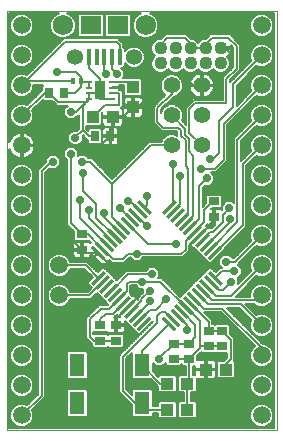
<source format=gtl>
G75*
%MOIN*%
%OFA0B0*%
%FSLAX25Y25*%
%IPPOS*%
%LPD*%
%AMOC8*
5,1,8,0,0,1.08239X$1,22.5*
%
%ADD10C,0.00000*%
%ADD11R,0.01181X0.05906*%
%ADD12R,0.05906X0.01181*%
%ADD13R,0.04331X0.03937*%
%ADD14R,0.05118X0.07480*%
%ADD15R,0.03543X0.02756*%
%ADD16R,0.01575X0.05315*%
%ADD17C,0.05346*%
%ADD18R,0.06890X0.06102*%
%ADD19C,0.06791*%
%ADD20C,0.04362*%
%ADD21C,0.05543*%
%ADD22C,0.05937*%
%ADD23R,0.01969X0.01102*%
%ADD24R,0.03543X0.06299*%
%ADD25R,0.02756X0.03543*%
%ADD26R,0.03937X0.04331*%
%ADD27R,0.01181X0.02165*%
%ADD28C,0.00600*%
%ADD29C,0.02900*%
D10*
X0004700Y0005400D02*
X0004700Y0145361D01*
X0094700Y0145361D01*
X0094700Y0005400D01*
X0004700Y0005400D01*
D11*
G36*
X0037718Y0062906D02*
X0036883Y0062071D01*
X0032708Y0066246D01*
X0033543Y0067081D01*
X0037718Y0062906D01*
G37*
G36*
X0039110Y0064298D02*
X0038275Y0063463D01*
X0034100Y0067638D01*
X0034935Y0068473D01*
X0039110Y0064298D01*
G37*
G36*
X0040502Y0065690D02*
X0039667Y0064855D01*
X0035492Y0069030D01*
X0036327Y0069865D01*
X0040502Y0065690D01*
G37*
G36*
X0041894Y0067082D02*
X0041059Y0066247D01*
X0036884Y0070422D01*
X0037719Y0071257D01*
X0041894Y0067082D01*
G37*
G36*
X0043286Y0068474D02*
X0042451Y0067639D01*
X0038276Y0071814D01*
X0039111Y0072649D01*
X0043286Y0068474D01*
G37*
G36*
X0044678Y0069866D02*
X0043843Y0069031D01*
X0039668Y0073206D01*
X0040503Y0074041D01*
X0044678Y0069866D01*
G37*
G36*
X0046069Y0071257D02*
X0045234Y0070422D01*
X0041059Y0074597D01*
X0041894Y0075432D01*
X0046069Y0071257D01*
G37*
G36*
X0047461Y0072649D02*
X0046626Y0071814D01*
X0042451Y0075989D01*
X0043286Y0076824D01*
X0047461Y0072649D01*
G37*
G36*
X0048853Y0074041D02*
X0048018Y0073206D01*
X0043843Y0077381D01*
X0044678Y0078216D01*
X0048853Y0074041D01*
G37*
G36*
X0050245Y0075433D02*
X0049410Y0074598D01*
X0045235Y0078773D01*
X0046070Y0079608D01*
X0050245Y0075433D01*
G37*
G36*
X0051637Y0076825D02*
X0050802Y0075990D01*
X0046627Y0080165D01*
X0047462Y0081000D01*
X0051637Y0076825D01*
G37*
G36*
X0053029Y0078217D02*
X0052194Y0077382D01*
X0048019Y0081557D01*
X0048854Y0082392D01*
X0053029Y0078217D01*
G37*
G36*
X0072516Y0050378D02*
X0071681Y0049543D01*
X0067506Y0053718D01*
X0068341Y0054553D01*
X0072516Y0050378D01*
G37*
G36*
X0073908Y0051770D02*
X0073073Y0050935D01*
X0068898Y0055110D01*
X0069733Y0055945D01*
X0073908Y0051770D01*
G37*
G36*
X0075300Y0053162D02*
X0074465Y0052327D01*
X0070290Y0056502D01*
X0071125Y0057337D01*
X0075300Y0053162D01*
G37*
G36*
X0076692Y0054554D02*
X0075857Y0053719D01*
X0071682Y0057894D01*
X0072517Y0058729D01*
X0076692Y0054554D01*
G37*
G36*
X0071124Y0048986D02*
X0070289Y0048151D01*
X0066114Y0052326D01*
X0066949Y0053161D01*
X0071124Y0048986D01*
G37*
G36*
X0069732Y0047594D02*
X0068897Y0046759D01*
X0064722Y0050934D01*
X0065557Y0051769D01*
X0069732Y0047594D01*
G37*
G36*
X0068341Y0046203D02*
X0067506Y0045368D01*
X0063331Y0049543D01*
X0064166Y0050378D01*
X0068341Y0046203D01*
G37*
G36*
X0066949Y0044811D02*
X0066114Y0043976D01*
X0061939Y0048151D01*
X0062774Y0048986D01*
X0066949Y0044811D01*
G37*
G36*
X0065557Y0043419D02*
X0064722Y0042584D01*
X0060547Y0046759D01*
X0061382Y0047594D01*
X0065557Y0043419D01*
G37*
G36*
X0064165Y0042027D02*
X0063330Y0041192D01*
X0059155Y0045367D01*
X0059990Y0046202D01*
X0064165Y0042027D01*
G37*
G36*
X0062773Y0040635D02*
X0061938Y0039800D01*
X0057763Y0043975D01*
X0058598Y0044810D01*
X0062773Y0040635D01*
G37*
G36*
X0061381Y0039243D02*
X0060546Y0038408D01*
X0056371Y0042583D01*
X0057206Y0043418D01*
X0061381Y0039243D01*
G37*
D12*
G36*
X0053029Y0042583D02*
X0048854Y0038408D01*
X0048019Y0039243D01*
X0052194Y0043418D01*
X0053029Y0042583D01*
G37*
G36*
X0051637Y0043975D02*
X0047462Y0039800D01*
X0046627Y0040635D01*
X0050802Y0044810D01*
X0051637Y0043975D01*
G37*
G36*
X0050245Y0045367D02*
X0046070Y0041192D01*
X0045235Y0042027D01*
X0049410Y0046202D01*
X0050245Y0045367D01*
G37*
G36*
X0048853Y0046759D02*
X0044678Y0042584D01*
X0043843Y0043419D01*
X0048018Y0047594D01*
X0048853Y0046759D01*
G37*
G36*
X0047461Y0048151D02*
X0043286Y0043976D01*
X0042451Y0044811D01*
X0046626Y0048986D01*
X0047461Y0048151D01*
G37*
G36*
X0046069Y0049543D02*
X0041894Y0045368D01*
X0041059Y0046203D01*
X0045234Y0050378D01*
X0046069Y0049543D01*
G37*
G36*
X0044678Y0050934D02*
X0040503Y0046759D01*
X0039668Y0047594D01*
X0043843Y0051769D01*
X0044678Y0050934D01*
G37*
G36*
X0043286Y0052326D02*
X0039111Y0048151D01*
X0038276Y0048986D01*
X0042451Y0053161D01*
X0043286Y0052326D01*
G37*
G36*
X0041894Y0053718D02*
X0037719Y0049543D01*
X0036884Y0050378D01*
X0041059Y0054553D01*
X0041894Y0053718D01*
G37*
G36*
X0040502Y0055110D02*
X0036327Y0050935D01*
X0035492Y0051770D01*
X0039667Y0055945D01*
X0040502Y0055110D01*
G37*
G36*
X0039110Y0056502D02*
X0034935Y0052327D01*
X0034100Y0053162D01*
X0038275Y0057337D01*
X0039110Y0056502D01*
G37*
G36*
X0037718Y0057894D02*
X0033543Y0053719D01*
X0032708Y0054554D01*
X0036883Y0058729D01*
X0037718Y0057894D01*
G37*
G36*
X0061381Y0081557D02*
X0057206Y0077382D01*
X0056371Y0078217D01*
X0060546Y0082392D01*
X0061381Y0081557D01*
G37*
G36*
X0062773Y0080165D02*
X0058598Y0075990D01*
X0057763Y0076825D01*
X0061938Y0081000D01*
X0062773Y0080165D01*
G37*
G36*
X0064165Y0078773D02*
X0059990Y0074598D01*
X0059155Y0075433D01*
X0063330Y0079608D01*
X0064165Y0078773D01*
G37*
G36*
X0065557Y0077381D02*
X0061382Y0073206D01*
X0060547Y0074041D01*
X0064722Y0078216D01*
X0065557Y0077381D01*
G37*
G36*
X0066949Y0075989D02*
X0062774Y0071814D01*
X0061939Y0072649D01*
X0066114Y0076824D01*
X0066949Y0075989D01*
G37*
G36*
X0068341Y0074597D02*
X0064166Y0070422D01*
X0063331Y0071257D01*
X0067506Y0075432D01*
X0068341Y0074597D01*
G37*
G36*
X0069732Y0073206D02*
X0065557Y0069031D01*
X0064722Y0069866D01*
X0068897Y0074041D01*
X0069732Y0073206D01*
G37*
G36*
X0071124Y0071814D02*
X0066949Y0067639D01*
X0066114Y0068474D01*
X0070289Y0072649D01*
X0071124Y0071814D01*
G37*
G36*
X0072516Y0070422D02*
X0068341Y0066247D01*
X0067506Y0067082D01*
X0071681Y0071257D01*
X0072516Y0070422D01*
G37*
G36*
X0073908Y0069030D02*
X0069733Y0064855D01*
X0068898Y0065690D01*
X0073073Y0069865D01*
X0073908Y0069030D01*
G37*
G36*
X0075300Y0067638D02*
X0071125Y0063463D01*
X0070290Y0064298D01*
X0074465Y0068473D01*
X0075300Y0067638D01*
G37*
G36*
X0076692Y0066246D02*
X0072517Y0062071D01*
X0071682Y0062906D01*
X0075857Y0067081D01*
X0076692Y0066246D01*
G37*
D13*
X0077746Y0025700D03*
X0071054Y0025700D03*
X0064946Y0021000D03*
X0064946Y0012300D03*
X0058254Y0012300D03*
X0058254Y0021000D03*
X0040046Y0109900D03*
X0033354Y0109900D03*
D14*
X0028173Y0027099D03*
X0028173Y0014501D03*
X0049827Y0014501D03*
X0049827Y0027099D03*
D15*
X0041000Y0035341D03*
X0041000Y0040459D03*
X0035900Y0040459D03*
X0035900Y0035341D03*
X0029800Y0065641D03*
X0029800Y0070759D03*
X0060300Y0034359D03*
X0060300Y0029241D03*
X0065500Y0029241D03*
X0065500Y0034359D03*
X0072000Y0033441D03*
X0072000Y0038559D03*
X0076500Y0038559D03*
X0076500Y0033441D03*
X0073900Y0076641D03*
X0073900Y0081759D03*
D16*
X0042318Y0129770D03*
X0039759Y0129770D03*
X0037200Y0129770D03*
X0034641Y0129770D03*
X0032082Y0129770D03*
D17*
X0027357Y0129770D03*
X0047043Y0129770D03*
D18*
X0041629Y0140400D03*
X0032771Y0140400D03*
D19*
X0023420Y0140400D03*
X0050980Y0140400D03*
D20*
X0056000Y0132800D03*
X0056000Y0127800D03*
X0061000Y0127800D03*
X0061000Y0132800D03*
X0066000Y0132800D03*
X0066000Y0127800D03*
X0071000Y0127800D03*
X0071000Y0132800D03*
X0076000Y0132800D03*
X0076000Y0127800D03*
D21*
X0069700Y0120400D03*
X0069700Y0110400D03*
X0069700Y0100400D03*
X0059700Y0100400D03*
X0059700Y0110400D03*
X0059700Y0120400D03*
D22*
X0089700Y0120400D03*
X0089700Y0110400D03*
X0089700Y0100400D03*
X0089700Y0090400D03*
X0089700Y0080400D03*
X0089700Y0070400D03*
X0089700Y0060400D03*
X0089700Y0050400D03*
X0089700Y0040400D03*
X0089700Y0030400D03*
X0089700Y0020400D03*
X0089700Y0010400D03*
X0022200Y0050400D03*
X0022200Y0060400D03*
X0009700Y0060400D03*
X0009700Y0050400D03*
X0009700Y0040400D03*
X0009700Y0030400D03*
X0009700Y0020400D03*
X0009700Y0010400D03*
X0009700Y0070400D03*
X0009700Y0080400D03*
X0009700Y0090400D03*
X0009700Y0100400D03*
X0009700Y0110400D03*
X0009700Y0120400D03*
X0009700Y0130400D03*
X0009700Y0140400D03*
X0089700Y0140400D03*
X0089700Y0130400D03*
D23*
X0039680Y0121700D03*
X0039680Y0119731D03*
X0039680Y0117763D03*
X0039680Y0115794D03*
X0032200Y0115794D03*
X0032200Y0117763D03*
X0032200Y0119731D03*
X0032200Y0121700D03*
D24*
X0035940Y0118747D03*
D25*
X0034141Y0103500D03*
X0039259Y0103500D03*
X0023859Y0118000D03*
X0018741Y0118000D03*
D26*
X0046800Y0119846D03*
X0046800Y0113154D03*
D27*
X0029459Y0121800D03*
X0026900Y0121800D03*
D28*
X0011100Y0121800D01*
X0009700Y0120400D01*
X0024200Y0134900D01*
X0041400Y0134900D01*
X0042318Y0133982D01*
X0042318Y0129770D01*
X0044005Y0127765D02*
X0044013Y0127746D01*
X0045018Y0126741D01*
X0046332Y0126197D01*
X0047753Y0126197D01*
X0049067Y0126741D01*
X0050072Y0127746D01*
X0050616Y0129059D01*
X0050616Y0130481D01*
X0050072Y0131794D01*
X0049067Y0132799D01*
X0047753Y0133343D01*
X0046332Y0133343D01*
X0045018Y0132799D01*
X0044013Y0131794D01*
X0044005Y0131775D01*
X0044005Y0132800D01*
X0043518Y0133288D01*
X0043518Y0134479D01*
X0042600Y0135397D01*
X0041897Y0136100D01*
X0023703Y0136100D01*
X0011461Y0123858D01*
X0010469Y0124268D01*
X0008930Y0124268D01*
X0007509Y0123680D01*
X0006420Y0122591D01*
X0005831Y0121169D01*
X0005831Y0119630D01*
X0006420Y0118209D01*
X0007509Y0117120D01*
X0008930Y0116531D01*
X0010469Y0116531D01*
X0011891Y0117120D01*
X0012980Y0118209D01*
X0013568Y0119630D01*
X0013568Y0120600D01*
X0016919Y0120600D01*
X0016463Y0120144D01*
X0016463Y0118860D01*
X0011461Y0113858D01*
X0010469Y0114268D01*
X0008930Y0114268D01*
X0007509Y0113680D01*
X0006420Y0112591D01*
X0005831Y0111169D01*
X0005831Y0109630D01*
X0006420Y0108209D01*
X0007509Y0107120D01*
X0008930Y0106531D01*
X0010469Y0106531D01*
X0011891Y0107120D01*
X0012980Y0108209D01*
X0013568Y0109630D01*
X0013568Y0111169D01*
X0013158Y0112161D01*
X0016658Y0115661D01*
X0016990Y0115328D01*
X0019716Y0115328D01*
X0020641Y0114403D01*
X0021344Y0113700D01*
X0024977Y0113700D01*
X0023750Y0112473D01*
X0023750Y0110527D01*
X0025127Y0109150D01*
X0027073Y0109150D01*
X0028223Y0110300D01*
X0028403Y0110300D01*
X0028800Y0110697D01*
X0028800Y0105997D01*
X0028153Y0105350D01*
X0026627Y0105350D01*
X0025250Y0103973D01*
X0025250Y0102027D01*
X0026627Y0100650D01*
X0028573Y0100650D01*
X0029950Y0102027D01*
X0029950Y0103753D01*
X0030000Y0103803D01*
X0031503Y0102300D01*
X0031863Y0102300D01*
X0031863Y0101356D01*
X0032390Y0100828D01*
X0035892Y0100828D01*
X0036419Y0101356D01*
X0036419Y0105644D01*
X0035892Y0106172D01*
X0032390Y0106172D01*
X0031863Y0105644D01*
X0031863Y0105334D01*
X0031200Y0105997D01*
X0031200Y0107031D01*
X0035892Y0107031D01*
X0036419Y0107559D01*
X0036419Y0111268D01*
X0036581Y0111431D01*
X0036581Y0110200D01*
X0039746Y0110200D01*
X0039746Y0109600D01*
X0036581Y0109600D01*
X0036581Y0107760D01*
X0036670Y0107430D01*
X0036841Y0107133D01*
X0037083Y0106891D01*
X0037379Y0106720D01*
X0037710Y0106631D01*
X0039746Y0106631D01*
X0039746Y0109600D01*
X0040346Y0109600D01*
X0040346Y0106631D01*
X0042383Y0106631D01*
X0042714Y0106720D01*
X0043010Y0106891D01*
X0043252Y0107133D01*
X0043423Y0107430D01*
X0043512Y0107760D01*
X0043512Y0109600D01*
X0040346Y0109600D01*
X0040346Y0110200D01*
X0043512Y0110200D01*
X0043512Y0112040D01*
X0043423Y0112370D01*
X0043252Y0112667D01*
X0043010Y0112909D01*
X0042944Y0112947D01*
X0043400Y0113403D01*
X0043400Y0118260D01*
X0042697Y0118963D01*
X0041952Y0118963D01*
X0041965Y0119009D01*
X0041965Y0119731D01*
X0039680Y0119731D01*
X0043800Y0119731D01*
X0043800Y0114500D01*
X0045146Y0113154D01*
X0046800Y0113154D01*
X0048454Y0113154D01*
X0051100Y0115800D01*
X0051100Y0122000D01*
X0053700Y0124600D01*
X0062600Y0124600D01*
X0066800Y0120400D01*
X0069700Y0120400D01*
X0073300Y0120400D01*
X0079500Y0126600D01*
X0079500Y0130800D01*
X0077500Y0132800D01*
X0076000Y0132800D01*
X0076291Y0132883D02*
X0080100Y0132883D01*
X0080100Y0133003D02*
X0080100Y0126497D01*
X0077403Y0123800D01*
X0076700Y0123097D01*
X0076700Y0115700D01*
X0067103Y0115700D01*
X0066400Y0114997D01*
X0064400Y0112997D01*
X0064400Y0107397D01*
X0063007Y0108790D01*
X0063372Y0109670D01*
X0063372Y0111130D01*
X0062813Y0112480D01*
X0061780Y0113513D01*
X0060430Y0114072D01*
X0058970Y0114072D01*
X0057620Y0113513D01*
X0056587Y0112480D01*
X0056100Y0111303D01*
X0056100Y0112403D01*
X0060425Y0116728D01*
X0060430Y0116728D01*
X0061780Y0117287D01*
X0062813Y0118320D01*
X0063372Y0119670D01*
X0063372Y0121130D01*
X0062813Y0122480D01*
X0061780Y0123513D01*
X0060430Y0124072D01*
X0058970Y0124072D01*
X0057620Y0123513D01*
X0056587Y0122480D01*
X0056028Y0121130D01*
X0056028Y0119670D01*
X0056587Y0118320D01*
X0057605Y0117302D01*
X0054403Y0114100D01*
X0053700Y0113397D01*
X0053700Y0107803D01*
X0055700Y0105803D01*
X0056403Y0105100D01*
X0061403Y0105100D01*
X0061600Y0104903D01*
X0061600Y0103587D01*
X0060430Y0104072D01*
X0058970Y0104072D01*
X0057620Y0103513D01*
X0056587Y0102480D01*
X0056223Y0101600D01*
X0052203Y0101600D01*
X0051500Y0100897D01*
X0039900Y0089297D01*
X0033700Y0095497D01*
X0032997Y0096200D01*
X0032023Y0096200D01*
X0030873Y0097350D01*
X0028927Y0097350D01*
X0028450Y0096873D01*
X0028450Y0098673D01*
X0027073Y0100050D01*
X0025127Y0100050D01*
X0023750Y0098673D01*
X0023750Y0096727D01*
X0024900Y0095577D01*
X0024900Y0073962D01*
X0025603Y0073259D01*
X0027128Y0071734D01*
X0027128Y0069008D01*
X0027656Y0068481D01*
X0031944Y0068481D01*
X0032169Y0068706D01*
X0032750Y0068125D01*
X0032744Y0068122D01*
X0032526Y0067903D01*
X0032370Y0068059D01*
X0032073Y0068230D01*
X0031743Y0068319D01*
X0030100Y0068319D01*
X0030100Y0065941D01*
X0029500Y0065941D01*
X0029500Y0068319D01*
X0027857Y0068319D01*
X0027527Y0068230D01*
X0027230Y0068059D01*
X0026988Y0067817D01*
X0026817Y0067521D01*
X0026728Y0067190D01*
X0026728Y0065941D01*
X0029500Y0065941D01*
X0029500Y0065341D01*
X0026728Y0065341D01*
X0026728Y0064092D01*
X0026817Y0063761D01*
X0026988Y0063465D01*
X0027230Y0063223D01*
X0027527Y0063052D01*
X0027857Y0062963D01*
X0029500Y0062963D01*
X0029500Y0065341D01*
X0030100Y0065341D01*
X0030100Y0062963D01*
X0031743Y0062963D01*
X0032073Y0063052D01*
X0032370Y0063223D01*
X0032612Y0063465D01*
X0032783Y0063761D01*
X0032872Y0064092D01*
X0032872Y0064243D01*
X0033876Y0063239D01*
X0036085Y0061030D01*
X0036381Y0060859D01*
X0036712Y0060770D01*
X0037054Y0060770D01*
X0037385Y0060859D01*
X0037681Y0061030D01*
X0038220Y0061569D01*
X0038759Y0062107D01*
X0038762Y0062113D01*
X0039675Y0061200D01*
X0043797Y0061200D01*
X0045697Y0063100D01*
X0045877Y0063100D01*
X0047027Y0061950D01*
X0048973Y0061950D01*
X0050123Y0063100D01*
X0063397Y0063100D01*
X0064797Y0064500D01*
X0064797Y0064500D01*
X0065500Y0065203D01*
X0065500Y0067249D01*
X0065612Y0067136D01*
X0066151Y0066598D01*
X0066447Y0066427D01*
X0066778Y0066338D01*
X0066976Y0066338D01*
X0067968Y0065346D01*
X0067998Y0065346D01*
X0067998Y0065317D01*
X0069360Y0063954D01*
X0069390Y0063954D01*
X0069390Y0063925D01*
X0070752Y0062562D01*
X0070782Y0062562D01*
X0070782Y0062533D01*
X0072144Y0061170D01*
X0072890Y0061170D01*
X0077593Y0065873D01*
X0077593Y0066284D01*
X0083897Y0072589D01*
X0084600Y0073292D01*
X0084600Y0093603D01*
X0087939Y0096942D01*
X0088930Y0096531D01*
X0090469Y0096531D01*
X0091891Y0097120D01*
X0092980Y0098209D01*
X0093568Y0099630D01*
X0093568Y0101169D01*
X0092980Y0102591D01*
X0091891Y0103680D01*
X0090469Y0104268D01*
X0088930Y0104268D01*
X0087509Y0103680D01*
X0086420Y0102591D01*
X0085831Y0101169D01*
X0085831Y0099630D01*
X0086242Y0098639D01*
X0082800Y0095197D01*
X0082800Y0101803D01*
X0087939Y0106942D01*
X0088930Y0106531D01*
X0090469Y0106531D01*
X0091891Y0107120D01*
X0092980Y0108209D01*
X0093568Y0109630D01*
X0093568Y0111169D01*
X0092980Y0112591D01*
X0091891Y0113680D01*
X0090469Y0114268D01*
X0088930Y0114268D01*
X0087509Y0113680D01*
X0086420Y0112591D01*
X0085831Y0111169D01*
X0085831Y0109630D01*
X0086242Y0108639D01*
X0080400Y0102797D01*
X0080400Y0081223D01*
X0079873Y0081750D01*
X0077927Y0081750D01*
X0076572Y0080395D01*
X0076572Y0083510D01*
X0076044Y0084037D01*
X0071756Y0084037D01*
X0071228Y0083510D01*
X0071228Y0081125D01*
X0070100Y0079997D01*
X0070100Y0086303D01*
X0070847Y0087050D01*
X0072473Y0087050D01*
X0073850Y0088427D01*
X0073850Y0090373D01*
X0072723Y0091500D01*
X0074497Y0091500D01*
X0075200Y0092203D01*
X0077497Y0094500D01*
X0077497Y0094500D01*
X0078200Y0095203D01*
X0078200Y0107203D01*
X0087939Y0116942D01*
X0088930Y0116531D01*
X0090469Y0116531D01*
X0091891Y0117120D01*
X0092980Y0118209D01*
X0093568Y0119630D01*
X0093568Y0121169D01*
X0092980Y0122591D01*
X0091891Y0123680D01*
X0090469Y0124268D01*
X0088930Y0124268D01*
X0087509Y0123680D01*
X0086420Y0122591D01*
X0085831Y0121169D01*
X0085831Y0119630D01*
X0086242Y0118639D01*
X0081300Y0113697D01*
X0081300Y0120303D01*
X0087939Y0126942D01*
X0088930Y0126531D01*
X0090469Y0126531D01*
X0091891Y0127120D01*
X0092980Y0128209D01*
X0093568Y0129630D01*
X0093568Y0131169D01*
X0092980Y0132591D01*
X0091891Y0133680D01*
X0090469Y0134268D01*
X0088930Y0134268D01*
X0087509Y0133680D01*
X0086420Y0132591D01*
X0085831Y0131169D01*
X0085831Y0129630D01*
X0086242Y0128639D01*
X0079603Y0122000D01*
X0079100Y0121497D01*
X0079100Y0122103D01*
X0082500Y0125503D01*
X0082500Y0133997D01*
X0081797Y0134700D01*
X0079097Y0137400D01*
X0072503Y0137400D01*
X0071800Y0136697D01*
X0070984Y0135881D01*
X0070387Y0135881D01*
X0069255Y0135412D01*
X0068500Y0134657D01*
X0067745Y0135412D01*
X0066613Y0135881D01*
X0066016Y0135881D01*
X0064497Y0137400D01*
X0057703Y0137400D01*
X0056184Y0135881D01*
X0055387Y0135881D01*
X0054255Y0135412D01*
X0053388Y0134545D01*
X0052919Y0133413D01*
X0052919Y0132187D01*
X0053388Y0131055D01*
X0054143Y0130300D01*
X0053388Y0129545D01*
X0052919Y0128413D01*
X0052919Y0127187D01*
X0053388Y0126055D01*
X0054255Y0125188D01*
X0055387Y0124719D01*
X0056613Y0124719D01*
X0057745Y0125188D01*
X0058500Y0125943D01*
X0059255Y0125188D01*
X0060387Y0124719D01*
X0061613Y0124719D01*
X0062745Y0125188D01*
X0063500Y0125943D01*
X0064255Y0125188D01*
X0065387Y0124719D01*
X0066613Y0124719D01*
X0067745Y0125188D01*
X0068500Y0125943D01*
X0069255Y0125188D01*
X0070387Y0124719D01*
X0071613Y0124719D01*
X0072745Y0125188D01*
X0073500Y0125943D01*
X0074255Y0125188D01*
X0075387Y0124719D01*
X0076613Y0124719D01*
X0077745Y0125188D01*
X0078612Y0126055D01*
X0079081Y0127187D01*
X0079081Y0128413D01*
X0078612Y0129545D01*
X0078124Y0130033D01*
X0078219Y0130096D01*
X0078704Y0130581D01*
X0079085Y0131151D01*
X0079347Y0131785D01*
X0079481Y0132457D01*
X0079481Y0132509D01*
X0076291Y0132509D01*
X0076291Y0133091D01*
X0079481Y0133091D01*
X0079481Y0133143D01*
X0079362Y0133741D01*
X0080100Y0133003D01*
X0079622Y0133481D02*
X0079414Y0133481D01*
X0079447Y0132284D02*
X0080100Y0132284D01*
X0080100Y0131686D02*
X0079306Y0131686D01*
X0079042Y0131087D02*
X0080100Y0131087D01*
X0080100Y0130489D02*
X0078612Y0130489D01*
X0078267Y0129890D02*
X0080100Y0129890D01*
X0080100Y0129292D02*
X0078717Y0129292D01*
X0078965Y0128693D02*
X0080100Y0128693D01*
X0080100Y0128095D02*
X0079081Y0128095D01*
X0079081Y0127496D02*
X0080100Y0127496D01*
X0080100Y0126898D02*
X0078961Y0126898D01*
X0078713Y0126299D02*
X0079902Y0126299D01*
X0079304Y0125701D02*
X0078258Y0125701D01*
X0078705Y0125102D02*
X0077538Y0125102D01*
X0078107Y0124504D02*
X0043850Y0124504D01*
X0043850Y0125102D02*
X0054462Y0125102D01*
X0053742Y0125701D02*
X0043423Y0125701D01*
X0043478Y0126213D02*
X0042911Y0126213D01*
X0043850Y0125273D01*
X0043850Y0123327D01*
X0043423Y0122900D01*
X0044447Y0122900D01*
X0044459Y0122912D01*
X0049141Y0122912D01*
X0049668Y0122385D01*
X0049668Y0117308D01*
X0049141Y0116781D01*
X0044459Y0116781D01*
X0043931Y0117308D01*
X0043931Y0120500D01*
X0041952Y0120500D01*
X0041965Y0120454D01*
X0041965Y0119732D01*
X0039680Y0119732D01*
X0039680Y0119731D01*
X0039680Y0121700D02*
X0044946Y0121700D01*
X0046800Y0119846D01*
X0046500Y0116619D02*
X0044660Y0116619D01*
X0044330Y0116530D01*
X0044033Y0116359D01*
X0043791Y0116117D01*
X0043620Y0115821D01*
X0043531Y0115490D01*
X0043531Y0113454D01*
X0046500Y0113454D01*
X0046500Y0116619D01*
X0046500Y0116125D02*
X0047100Y0116125D01*
X0047100Y0116619D02*
X0047100Y0113454D01*
X0046500Y0113454D01*
X0046500Y0112854D01*
X0043531Y0112854D01*
X0043531Y0110817D01*
X0043620Y0110486D01*
X0043791Y0110190D01*
X0044033Y0109948D01*
X0044330Y0109777D01*
X0044660Y0109688D01*
X0046500Y0109688D01*
X0046500Y0112853D01*
X0047100Y0112853D01*
X0047100Y0109688D01*
X0048940Y0109688D01*
X0049270Y0109777D01*
X0049567Y0109948D01*
X0049809Y0110190D01*
X0049980Y0110486D01*
X0050068Y0110817D01*
X0050068Y0112854D01*
X0047100Y0112854D01*
X0047100Y0113454D01*
X0050068Y0113454D01*
X0050068Y0115490D01*
X0049980Y0115821D01*
X0049809Y0116117D01*
X0049567Y0116359D01*
X0049270Y0116530D01*
X0048940Y0116619D01*
X0047100Y0116619D01*
X0047100Y0115526D02*
X0046500Y0115526D01*
X0046500Y0114928D02*
X0047100Y0114928D01*
X0047100Y0114329D02*
X0046500Y0114329D01*
X0046500Y0113731D02*
X0047100Y0113731D01*
X0047100Y0113132D02*
X0053700Y0113132D01*
X0053700Y0112534D02*
X0050068Y0112534D01*
X0050068Y0111935D02*
X0053700Y0111935D01*
X0053700Y0111337D02*
X0050068Y0111337D01*
X0050047Y0110738D02*
X0053700Y0110738D01*
X0053700Y0110139D02*
X0049758Y0110139D01*
X0047100Y0110139D02*
X0046500Y0110139D01*
X0046500Y0110738D02*
X0047100Y0110738D01*
X0047100Y0111337D02*
X0046500Y0111337D01*
X0046500Y0111935D02*
X0047100Y0111935D01*
X0047100Y0112534D02*
X0046500Y0112534D01*
X0046500Y0113132D02*
X0043129Y0113132D01*
X0043329Y0112534D02*
X0043531Y0112534D01*
X0043512Y0111935D02*
X0043531Y0111935D01*
X0043512Y0111337D02*
X0043531Y0111337D01*
X0043512Y0110738D02*
X0043553Y0110738D01*
X0043842Y0110139D02*
X0040346Y0110139D01*
X0040046Y0109900D02*
X0040046Y0104287D01*
X0039259Y0103500D01*
X0036159Y0100400D01*
X0023200Y0100400D01*
X0023200Y0072241D01*
X0029800Y0065641D01*
X0030865Y0064576D01*
X0035213Y0064576D01*
X0038220Y0061569D01*
X0035213Y0064576D01*
X0035213Y0064576D01*
X0040489Y0059300D01*
X0042000Y0059300D01*
X0048400Y0059300D01*
X0051400Y0062300D01*
X0064000Y0062300D01*
X0066200Y0064500D01*
X0066200Y0067724D01*
X0068619Y0070144D01*
X0068619Y0070143D01*
X0065612Y0067136D01*
X0068619Y0070144D01*
X0071627Y0073151D01*
X0068620Y0070144D01*
X0068619Y0070144D01*
X0073900Y0075424D01*
X0073900Y0076641D01*
X0074200Y0076941D02*
X0073600Y0076941D01*
X0073600Y0079319D01*
X0072816Y0079319D01*
X0072978Y0079481D01*
X0076044Y0079481D01*
X0076550Y0079987D01*
X0076550Y0078979D01*
X0076470Y0079059D01*
X0076173Y0079230D01*
X0075843Y0079319D01*
X0074200Y0079319D01*
X0074200Y0076941D01*
X0074200Y0077221D02*
X0073600Y0077221D01*
X0073600Y0077820D02*
X0074200Y0077820D01*
X0074200Y0078418D02*
X0073600Y0078418D01*
X0073600Y0079017D02*
X0074200Y0079017D01*
X0074200Y0076341D02*
X0074200Y0073997D01*
X0073103Y0072900D01*
X0072103Y0072900D01*
X0071990Y0072787D01*
X0071627Y0073151D01*
X0071088Y0073689D01*
X0071082Y0073693D01*
X0071097Y0073708D01*
X0071509Y0074120D01*
X0071627Y0074052D01*
X0071957Y0073963D01*
X0073600Y0073963D01*
X0073600Y0076341D01*
X0074200Y0076341D01*
X0074200Y0076024D02*
X0073600Y0076024D01*
X0073600Y0075426D02*
X0074200Y0075426D01*
X0074200Y0074827D02*
X0073600Y0074827D01*
X0073600Y0074229D02*
X0074200Y0074229D01*
X0073833Y0073630D02*
X0071147Y0073630D01*
X0071508Y0073032D02*
X0071508Y0073032D01*
X0071745Y0073032D02*
X0073235Y0073032D01*
X0073600Y0071700D02*
X0072600Y0071700D01*
X0070700Y0069800D01*
X0070700Y0069440D01*
X0070011Y0068752D01*
X0071403Y0067360D02*
X0079100Y0075056D01*
X0079100Y0075900D01*
X0076700Y0074800D02*
X0073600Y0071700D01*
X0070909Y0072433D02*
X0070909Y0072433D01*
X0070311Y0071835D02*
X0070310Y0071835D01*
X0069712Y0071236D02*
X0069712Y0071236D01*
X0069114Y0070638D02*
X0069113Y0070638D01*
X0068515Y0070039D02*
X0068515Y0070039D01*
X0067917Y0069441D02*
X0067916Y0069441D01*
X0067318Y0068842D02*
X0067318Y0068842D01*
X0066720Y0068244D02*
X0066719Y0068244D01*
X0066121Y0067645D02*
X0066121Y0067645D01*
X0065702Y0067047D02*
X0065500Y0067047D01*
X0065500Y0066448D02*
X0066410Y0066448D01*
X0065500Y0065850D02*
X0067465Y0065850D01*
X0068063Y0065251D02*
X0065500Y0065251D01*
X0064950Y0064653D02*
X0068662Y0064653D01*
X0069260Y0064054D02*
X0064351Y0064054D01*
X0063753Y0063456D02*
X0069859Y0063456D01*
X0070457Y0062857D02*
X0049880Y0062857D01*
X0049282Y0062259D02*
X0071056Y0062259D01*
X0071654Y0061660D02*
X0044257Y0061660D01*
X0044856Y0062259D02*
X0046718Y0062259D01*
X0046120Y0062857D02*
X0045454Y0062857D01*
X0045200Y0064300D02*
X0048000Y0064300D01*
X0062900Y0064300D01*
X0064300Y0065700D01*
X0064300Y0068608D01*
X0067227Y0071536D01*
X0070600Y0074908D01*
X0070600Y0078800D01*
X0073559Y0081759D01*
X0073900Y0081759D01*
X0076179Y0079615D02*
X0076550Y0079615D01*
X0076550Y0079017D02*
X0076512Y0079017D01*
X0076700Y0077200D02*
X0078900Y0079400D01*
X0077588Y0081411D02*
X0076572Y0081411D01*
X0076572Y0082009D02*
X0080400Y0082009D01*
X0080400Y0081411D02*
X0080212Y0081411D01*
X0080400Y0082608D02*
X0076572Y0082608D01*
X0076572Y0083206D02*
X0080400Y0083206D01*
X0080400Y0083805D02*
X0076276Y0083805D01*
X0076572Y0080812D02*
X0076989Y0080812D01*
X0076700Y0077200D02*
X0076700Y0074800D01*
X0081348Y0070039D02*
X0085831Y0070039D01*
X0085831Y0069630D02*
X0085831Y0071169D01*
X0086420Y0072591D01*
X0087509Y0073680D01*
X0088930Y0074268D01*
X0090469Y0074268D01*
X0091891Y0073680D01*
X0092980Y0072591D01*
X0093568Y0071169D01*
X0093568Y0069630D01*
X0092980Y0068209D01*
X0091891Y0067120D01*
X0090469Y0066531D01*
X0088930Y0066531D01*
X0087939Y0066942D01*
X0082100Y0061103D01*
X0081660Y0060663D01*
X0082950Y0059373D01*
X0082950Y0057427D01*
X0081623Y0056100D01*
X0081850Y0055873D01*
X0081850Y0054247D01*
X0086242Y0058639D01*
X0085831Y0059630D01*
X0085831Y0061169D01*
X0086420Y0062591D01*
X0087509Y0063680D01*
X0088930Y0064268D01*
X0090469Y0064268D01*
X0091891Y0063680D01*
X0092980Y0062591D01*
X0093568Y0061169D01*
X0093568Y0059630D01*
X0092980Y0058209D01*
X0091891Y0057120D01*
X0090469Y0056531D01*
X0088930Y0056531D01*
X0087939Y0056942D01*
X0080997Y0050000D01*
X0085831Y0050000D01*
X0085831Y0051169D01*
X0086420Y0052591D01*
X0087509Y0053680D01*
X0088930Y0054268D01*
X0090469Y0054268D01*
X0091891Y0053680D01*
X0092980Y0052591D01*
X0093568Y0051169D01*
X0093568Y0049630D01*
X0092980Y0048209D01*
X0091891Y0047120D01*
X0090469Y0046531D01*
X0088930Y0046531D01*
X0087509Y0047120D01*
X0087029Y0047600D01*
X0084197Y0047600D01*
X0087939Y0043858D01*
X0088930Y0044268D01*
X0090469Y0044268D01*
X0091891Y0043680D01*
X0092980Y0042591D01*
X0093568Y0041169D01*
X0093568Y0039630D01*
X0092980Y0038209D01*
X0091891Y0037120D01*
X0090469Y0036531D01*
X0088930Y0036531D01*
X0087509Y0037120D01*
X0086420Y0038209D01*
X0085831Y0039630D01*
X0085831Y0041169D01*
X0086242Y0042161D01*
X0082203Y0046200D01*
X0078097Y0046200D01*
X0090029Y0034268D01*
X0090469Y0034268D01*
X0091891Y0033680D01*
X0092980Y0032591D01*
X0093568Y0031169D01*
X0093568Y0029630D01*
X0092980Y0028209D01*
X0091891Y0027120D01*
X0090469Y0026531D01*
X0088930Y0026531D01*
X0087509Y0027120D01*
X0086420Y0028209D01*
X0085831Y0029630D01*
X0085831Y0031169D01*
X0086420Y0032591D01*
X0087366Y0033537D01*
X0076103Y0044800D01*
X0070605Y0044800D01*
X0072497Y0042908D01*
X0073200Y0042205D01*
X0073200Y0040837D01*
X0074144Y0040837D01*
X0074250Y0040731D01*
X0074356Y0040837D01*
X0078644Y0040837D01*
X0079172Y0040310D01*
X0079172Y0037584D01*
X0079897Y0036859D01*
X0080600Y0036156D01*
X0080600Y0028603D01*
X0080425Y0028428D01*
X0080812Y0028041D01*
X0080812Y0023359D01*
X0080285Y0022831D01*
X0075208Y0022831D01*
X0074681Y0023359D01*
X0074681Y0028041D01*
X0075208Y0028568D01*
X0077171Y0028568D01*
X0077249Y0028646D01*
X0078200Y0029597D01*
X0078200Y0031163D01*
X0074356Y0031163D01*
X0074250Y0031269D01*
X0074144Y0031163D01*
X0069856Y0031163D01*
X0069487Y0031531D01*
X0068172Y0030216D01*
X0068172Y0028756D01*
X0068386Y0028880D01*
X0068717Y0028968D01*
X0070754Y0028968D01*
X0070754Y0026000D01*
X0071354Y0026000D01*
X0074519Y0026000D01*
X0074519Y0027840D01*
X0074430Y0028170D01*
X0074259Y0028467D01*
X0074017Y0028709D01*
X0073721Y0028880D01*
X0073390Y0028968D01*
X0071354Y0028968D01*
X0071354Y0026000D01*
X0071354Y0025400D01*
X0074519Y0025400D01*
X0074519Y0023560D01*
X0074430Y0023230D01*
X0074259Y0022933D01*
X0074017Y0022691D01*
X0073721Y0022520D01*
X0073390Y0022431D01*
X0071354Y0022431D01*
X0071354Y0025400D01*
X0070754Y0025400D01*
X0070754Y0022431D01*
X0068717Y0022431D01*
X0068386Y0022520D01*
X0068090Y0022691D01*
X0068012Y0022769D01*
X0068012Y0018659D01*
X0067485Y0018131D01*
X0066146Y0018131D01*
X0066146Y0015168D01*
X0067485Y0015168D01*
X0068012Y0014641D01*
X0068012Y0009959D01*
X0067485Y0009431D01*
X0062408Y0009431D01*
X0061881Y0009959D01*
X0061881Y0014641D01*
X0062408Y0015168D01*
X0063746Y0015168D01*
X0063746Y0018131D01*
X0062408Y0018131D01*
X0061881Y0018659D01*
X0061881Y0023341D01*
X0062408Y0023868D01*
X0064300Y0023868D01*
X0064300Y0026963D01*
X0063356Y0026963D01*
X0062900Y0027419D01*
X0062444Y0026963D01*
X0058156Y0026963D01*
X0057628Y0027490D01*
X0057628Y0027905D01*
X0056473Y0026750D01*
X0054527Y0026750D01*
X0053286Y0027991D01*
X0053286Y0025337D01*
X0055235Y0023388D01*
X0055715Y0023868D01*
X0060792Y0023868D01*
X0061319Y0023341D01*
X0061319Y0018659D01*
X0060792Y0018131D01*
X0055715Y0018131D01*
X0055188Y0018659D01*
X0055188Y0020041D01*
X0054726Y0020503D01*
X0052764Y0022465D01*
X0052759Y0022459D01*
X0046895Y0022459D01*
X0046368Y0022986D01*
X0046368Y0031171D01*
X0044600Y0029403D01*
X0044600Y0019097D01*
X0046368Y0017329D01*
X0046368Y0018614D01*
X0046895Y0019141D01*
X0052759Y0019141D01*
X0053286Y0018614D01*
X0053286Y0013500D01*
X0055188Y0013500D01*
X0055188Y0014641D01*
X0055715Y0015168D01*
X0060792Y0015168D01*
X0061319Y0014641D01*
X0061319Y0009959D01*
X0060792Y0009431D01*
X0055715Y0009431D01*
X0055188Y0009959D01*
X0055188Y0011100D01*
X0053286Y0011100D01*
X0053286Y0010388D01*
X0052759Y0009861D01*
X0046895Y0009861D01*
X0046368Y0010388D01*
X0046368Y0013935D01*
X0046299Y0014004D01*
X0042200Y0018103D01*
X0042200Y0030397D01*
X0042903Y0031100D01*
X0042903Y0031100D01*
X0053600Y0041797D01*
X0053600Y0041881D01*
X0049227Y0037507D01*
X0048481Y0037507D01*
X0047119Y0038870D01*
X0047119Y0038899D01*
X0047089Y0038899D01*
X0045727Y0040262D01*
X0045727Y0040291D01*
X0045697Y0040291D01*
X0044335Y0041654D01*
X0044335Y0041683D01*
X0044305Y0041683D01*
X0044072Y0041917D01*
X0044072Y0040759D01*
X0041300Y0040759D01*
X0041300Y0040159D01*
X0041300Y0037781D01*
X0042943Y0037781D01*
X0043273Y0037870D01*
X0043570Y0038041D01*
X0043812Y0038283D01*
X0043983Y0038579D01*
X0044072Y0038910D01*
X0044072Y0040159D01*
X0041300Y0040159D01*
X0040700Y0040159D01*
X0040700Y0037781D01*
X0039057Y0037781D01*
X0038727Y0037870D01*
X0038430Y0038041D01*
X0038188Y0038283D01*
X0038173Y0038309D01*
X0038044Y0038181D01*
X0033756Y0038181D01*
X0033600Y0038337D01*
X0033600Y0037463D01*
X0033756Y0037619D01*
X0038044Y0037619D01*
X0038450Y0037213D01*
X0038856Y0037619D01*
X0043144Y0037619D01*
X0043672Y0037092D01*
X0043672Y0033590D01*
X0043144Y0033063D01*
X0038856Y0033063D01*
X0038450Y0033469D01*
X0038044Y0033063D01*
X0033756Y0033063D01*
X0033228Y0033590D01*
X0033228Y0034141D01*
X0033162Y0034141D01*
X0032459Y0034844D01*
X0031200Y0036103D01*
X0031200Y0042897D01*
X0031903Y0043600D01*
X0035503Y0047200D01*
X0038411Y0047200D01*
X0038600Y0047389D01*
X0037375Y0048613D01*
X0037375Y0048643D01*
X0037346Y0048643D01*
X0035983Y0050005D01*
X0035983Y0050035D01*
X0035954Y0050035D01*
X0034729Y0051259D01*
X0033373Y0049903D01*
X0032670Y0049200D01*
X0025890Y0049200D01*
X0025480Y0048209D01*
X0024391Y0047120D01*
X0022969Y0046531D01*
X0021430Y0046531D01*
X0020009Y0047120D01*
X0018920Y0048209D01*
X0018331Y0049630D01*
X0018331Y0051169D01*
X0018920Y0052591D01*
X0020009Y0053680D01*
X0021430Y0054268D01*
X0022969Y0054268D01*
X0024391Y0053680D01*
X0025480Y0052591D01*
X0025890Y0051600D01*
X0031675Y0051600D01*
X0033032Y0052956D01*
X0031807Y0054181D01*
X0031807Y0054927D01*
X0033310Y0056430D01*
X0030540Y0059200D01*
X0025890Y0059200D01*
X0025480Y0058209D01*
X0024391Y0057120D01*
X0022969Y0056531D01*
X0021430Y0056531D01*
X0020009Y0057120D01*
X0018920Y0058209D01*
X0018331Y0059630D01*
X0018331Y0061169D01*
X0018920Y0062591D01*
X0020009Y0063680D01*
X0021430Y0064268D01*
X0022969Y0064268D01*
X0024391Y0063680D01*
X0025480Y0062591D01*
X0025890Y0061600D01*
X0031534Y0061600D01*
X0035007Y0058127D01*
X0036510Y0059630D01*
X0037256Y0059630D01*
X0038618Y0058267D01*
X0038618Y0058238D01*
X0038648Y0058238D01*
X0040010Y0056875D01*
X0040010Y0056846D01*
X0040040Y0056846D01*
X0041394Y0055491D01*
X0043900Y0057997D01*
X0044603Y0058700D01*
X0051077Y0058700D01*
X0052227Y0059850D01*
X0054173Y0059850D01*
X0055550Y0058473D01*
X0055550Y0056527D01*
X0055223Y0056200D01*
X0056421Y0056200D01*
X0057124Y0055497D01*
X0057124Y0055497D01*
X0062568Y0050053D01*
X0063792Y0051278D01*
X0063822Y0051278D01*
X0063822Y0051308D01*
X0065184Y0052670D01*
X0065214Y0052670D01*
X0065214Y0052700D01*
X0066576Y0054062D01*
X0066606Y0054062D01*
X0066606Y0054091D01*
X0067968Y0055454D01*
X0067998Y0055454D01*
X0067998Y0055483D01*
X0069360Y0056846D01*
X0069390Y0056846D01*
X0069390Y0056875D01*
X0070752Y0058238D01*
X0070782Y0058238D01*
X0070782Y0058267D01*
X0072144Y0059630D01*
X0072890Y0059630D01*
X0074393Y0058127D01*
X0075866Y0059600D01*
X0076577Y0059600D01*
X0075550Y0060627D01*
X0075550Y0062573D01*
X0076927Y0063950D01*
X0078873Y0063950D01*
X0080023Y0062800D01*
X0080403Y0062800D01*
X0086242Y0068639D01*
X0085831Y0069630D01*
X0085910Y0069441D02*
X0080749Y0069441D01*
X0080151Y0068842D02*
X0086158Y0068842D01*
X0085847Y0068244D02*
X0079552Y0068244D01*
X0078954Y0067645D02*
X0085248Y0067645D01*
X0084650Y0067047D02*
X0078355Y0067047D01*
X0077757Y0066448D02*
X0084051Y0066448D01*
X0083453Y0065850D02*
X0077569Y0065850D01*
X0076970Y0065251D02*
X0082854Y0065251D01*
X0082256Y0064653D02*
X0076372Y0064653D01*
X0075773Y0064054D02*
X0081657Y0064054D01*
X0081059Y0063456D02*
X0079368Y0063456D01*
X0079966Y0062857D02*
X0080460Y0062857D01*
X0080900Y0061600D02*
X0077900Y0061600D01*
X0075550Y0061660D02*
X0073379Y0061660D01*
X0073978Y0062259D02*
X0075550Y0062259D01*
X0075834Y0062857D02*
X0074576Y0062857D01*
X0075175Y0063456D02*
X0076432Y0063456D01*
X0075550Y0061062D02*
X0037713Y0061062D01*
X0038128Y0061660D02*
X0038129Y0061660D01*
X0038311Y0061660D02*
X0039215Y0061660D01*
X0040173Y0062400D02*
X0043300Y0062400D01*
X0045200Y0064300D01*
X0044570Y0058668D02*
X0038218Y0058668D01*
X0037620Y0059266D02*
X0051643Y0059266D01*
X0053200Y0057500D02*
X0045100Y0057500D01*
X0039648Y0052048D01*
X0039389Y0052048D01*
X0042173Y0049264D02*
X0044700Y0051792D01*
X0044700Y0054200D01*
X0045500Y0055000D01*
X0049908Y0055000D01*
X0055924Y0055000D01*
X0064444Y0046481D01*
X0069100Y0041824D01*
X0069100Y0033500D01*
X0069100Y0032841D01*
X0065500Y0029241D01*
X0065500Y0021554D01*
X0064946Y0021000D01*
X0064946Y0012300D01*
X0061881Y0012582D02*
X0061319Y0012582D01*
X0061319Y0011984D02*
X0061881Y0011984D01*
X0061881Y0011385D02*
X0061319Y0011385D01*
X0061319Y0010787D02*
X0061881Y0010787D01*
X0061881Y0010188D02*
X0061319Y0010188D01*
X0060950Y0009590D02*
X0062250Y0009590D01*
X0061881Y0013181D02*
X0061319Y0013181D01*
X0061319Y0013779D02*
X0061881Y0013779D01*
X0061881Y0014378D02*
X0061319Y0014378D01*
X0060984Y0014976D02*
X0062216Y0014976D01*
X0063746Y0015575D02*
X0053286Y0015575D01*
X0053286Y0016173D02*
X0063746Y0016173D01*
X0063746Y0016772D02*
X0053286Y0016772D01*
X0053286Y0017370D02*
X0063746Y0017370D01*
X0063746Y0017969D02*
X0053286Y0017969D01*
X0053286Y0018567D02*
X0055280Y0018567D01*
X0055188Y0019166D02*
X0044600Y0019166D01*
X0044600Y0019764D02*
X0055188Y0019764D01*
X0054866Y0020363D02*
X0044600Y0020363D01*
X0044600Y0020961D02*
X0054268Y0020961D01*
X0053669Y0021560D02*
X0044600Y0021560D01*
X0044600Y0022158D02*
X0053071Y0022158D01*
X0054071Y0024552D02*
X0064300Y0024552D01*
X0064300Y0023954D02*
X0054669Y0023954D01*
X0053472Y0025151D02*
X0064300Y0025151D01*
X0064300Y0025749D02*
X0053286Y0025749D01*
X0053286Y0026348D02*
X0064300Y0026348D01*
X0064300Y0026946D02*
X0056670Y0026946D01*
X0057268Y0027545D02*
X0057628Y0027545D01*
X0055500Y0029100D02*
X0055500Y0029559D01*
X0060300Y0034359D01*
X0065500Y0034359D01*
X0067600Y0036459D01*
X0067600Y0040540D01*
X0063052Y0045089D01*
X0061660Y0043697D02*
X0064900Y0040456D01*
X0064900Y0039000D01*
X0069100Y0033500D02*
X0071941Y0033500D01*
X0072000Y0033441D01*
X0076500Y0033441D01*
X0078200Y0031136D02*
X0069092Y0031136D01*
X0068494Y0030537D02*
X0078200Y0030537D01*
X0078200Y0029939D02*
X0068172Y0029939D01*
X0068172Y0029340D02*
X0077943Y0029340D01*
X0077345Y0028742D02*
X0073960Y0028742D01*
X0074437Y0028143D02*
X0074783Y0028143D01*
X0074681Y0027545D02*
X0074519Y0027545D01*
X0074519Y0026946D02*
X0074681Y0026946D01*
X0074681Y0026348D02*
X0074519Y0026348D01*
X0074681Y0025749D02*
X0071354Y0025749D01*
X0071354Y0025151D02*
X0070754Y0025151D01*
X0070753Y0025400D02*
X0067588Y0025400D01*
X0067588Y0023765D01*
X0067485Y0023868D01*
X0066700Y0023868D01*
X0066700Y0026963D01*
X0067588Y0026963D01*
X0067588Y0026000D01*
X0070753Y0026000D01*
X0070753Y0025400D01*
X0070753Y0025749D02*
X0066700Y0025749D01*
X0066700Y0025151D02*
X0067588Y0025151D01*
X0067588Y0024552D02*
X0066700Y0024552D01*
X0066700Y0023954D02*
X0067588Y0023954D01*
X0068012Y0022757D02*
X0068024Y0022757D01*
X0068012Y0022158D02*
X0086241Y0022158D01*
X0086420Y0022591D02*
X0085831Y0021169D01*
X0085831Y0019630D01*
X0086420Y0018209D01*
X0087509Y0017120D01*
X0088930Y0016531D01*
X0090469Y0016531D01*
X0091891Y0017120D01*
X0092980Y0018209D01*
X0093568Y0019630D01*
X0093568Y0021169D01*
X0092980Y0022591D01*
X0091891Y0023680D01*
X0090469Y0024268D01*
X0088930Y0024268D01*
X0087509Y0023680D01*
X0086420Y0022591D01*
X0086586Y0022757D02*
X0074083Y0022757D01*
X0074464Y0023355D02*
X0074684Y0023355D01*
X0074681Y0023954D02*
X0074519Y0023954D01*
X0074519Y0024552D02*
X0074681Y0024552D01*
X0074681Y0025151D02*
X0074519Y0025151D01*
X0077746Y0025700D02*
X0077746Y0027446D01*
X0079400Y0029100D01*
X0079400Y0035659D01*
X0076500Y0038559D01*
X0072000Y0038559D01*
X0072000Y0041708D01*
X0065836Y0047873D01*
X0067227Y0049264D02*
X0070492Y0046000D01*
X0076600Y0046000D01*
X0089700Y0032900D01*
X0089700Y0030400D01*
X0092316Y0027545D02*
X0093800Y0027545D01*
X0093800Y0028143D02*
X0092914Y0028143D01*
X0093200Y0028742D02*
X0093800Y0028742D01*
X0093800Y0029340D02*
X0093448Y0029340D01*
X0093568Y0029939D02*
X0093800Y0029939D01*
X0093800Y0030537D02*
X0093568Y0030537D01*
X0093568Y0031136D02*
X0093800Y0031136D01*
X0093800Y0031734D02*
X0093334Y0031734D01*
X0093087Y0032333D02*
X0093800Y0032333D01*
X0093800Y0032932D02*
X0092639Y0032932D01*
X0092041Y0033530D02*
X0093800Y0033530D01*
X0093800Y0034129D02*
X0090807Y0034129D01*
X0089570Y0034727D02*
X0093800Y0034727D01*
X0093800Y0035326D02*
X0088971Y0035326D01*
X0088373Y0035924D02*
X0093800Y0035924D01*
X0093800Y0036523D02*
X0087774Y0036523D01*
X0087508Y0037121D02*
X0087176Y0037121D01*
X0086909Y0037720D02*
X0086577Y0037720D01*
X0086375Y0038318D02*
X0085979Y0038318D01*
X0086127Y0038917D02*
X0085380Y0038917D01*
X0085879Y0039515D02*
X0084782Y0039515D01*
X0084183Y0040114D02*
X0085831Y0040114D01*
X0085831Y0040712D02*
X0083585Y0040712D01*
X0082986Y0041311D02*
X0085890Y0041311D01*
X0086138Y0041909D02*
X0082388Y0041909D01*
X0081789Y0042508D02*
X0085895Y0042508D01*
X0085297Y0043106D02*
X0081191Y0043106D01*
X0080592Y0043705D02*
X0084698Y0043705D01*
X0084100Y0044303D02*
X0079994Y0044303D01*
X0079395Y0044902D02*
X0083501Y0044902D01*
X0082903Y0045500D02*
X0078797Y0045500D01*
X0078198Y0046099D02*
X0082304Y0046099D01*
X0082700Y0047400D02*
X0089700Y0040400D01*
X0092465Y0043106D02*
X0093800Y0043106D01*
X0093800Y0042508D02*
X0093014Y0042508D01*
X0093262Y0041909D02*
X0093800Y0041909D01*
X0093800Y0041311D02*
X0093510Y0041311D01*
X0093568Y0040712D02*
X0093800Y0040712D01*
X0093800Y0040114D02*
X0093568Y0040114D01*
X0093521Y0039515D02*
X0093800Y0039515D01*
X0093800Y0038917D02*
X0093273Y0038917D01*
X0093025Y0038318D02*
X0093800Y0038318D01*
X0093800Y0037720D02*
X0092491Y0037720D01*
X0091892Y0037121D02*
X0093800Y0037121D01*
X0093800Y0043705D02*
X0091831Y0043705D01*
X0093800Y0044303D02*
X0087494Y0044303D01*
X0086895Y0044902D02*
X0093800Y0044902D01*
X0093800Y0045500D02*
X0086297Y0045500D01*
X0085698Y0046099D02*
X0093800Y0046099D01*
X0093800Y0046697D02*
X0090870Y0046697D01*
X0092067Y0047296D02*
X0093800Y0047296D01*
X0093800Y0047894D02*
X0092665Y0047894D01*
X0093097Y0048493D02*
X0093800Y0048493D01*
X0093800Y0049091D02*
X0093345Y0049091D01*
X0093568Y0049690D02*
X0093800Y0049690D01*
X0093800Y0050288D02*
X0093568Y0050288D01*
X0093568Y0050887D02*
X0093800Y0050887D01*
X0093800Y0051485D02*
X0093438Y0051485D01*
X0093190Y0052084D02*
X0093800Y0052084D01*
X0093800Y0052682D02*
X0092888Y0052682D01*
X0092290Y0053281D02*
X0093800Y0053281D01*
X0093800Y0053879D02*
X0091409Y0053879D01*
X0091291Y0056872D02*
X0093800Y0056872D01*
X0093800Y0057470D02*
X0092241Y0057470D01*
X0092840Y0058069D02*
X0093800Y0058069D01*
X0093800Y0058668D02*
X0093170Y0058668D01*
X0093418Y0059266D02*
X0093800Y0059266D01*
X0093800Y0059865D02*
X0093568Y0059865D01*
X0093568Y0060463D02*
X0093800Y0060463D01*
X0093800Y0061062D02*
X0093568Y0061062D01*
X0093365Y0061660D02*
X0093800Y0061660D01*
X0093800Y0062259D02*
X0093117Y0062259D01*
X0092714Y0062857D02*
X0093800Y0062857D01*
X0093800Y0063456D02*
X0092115Y0063456D01*
X0090987Y0064054D02*
X0093800Y0064054D01*
X0093800Y0064653D02*
X0085650Y0064653D01*
X0086248Y0065251D02*
X0093800Y0065251D01*
X0093800Y0065850D02*
X0086847Y0065850D01*
X0087445Y0066448D02*
X0093800Y0066448D01*
X0093800Y0067047D02*
X0091713Y0067047D01*
X0092416Y0067645D02*
X0093800Y0067645D01*
X0093800Y0068244D02*
X0092994Y0068244D01*
X0093242Y0068842D02*
X0093800Y0068842D01*
X0093800Y0069441D02*
X0093490Y0069441D01*
X0093568Y0070039D02*
X0093800Y0070039D01*
X0093800Y0070638D02*
X0093568Y0070638D01*
X0093541Y0071236D02*
X0093800Y0071236D01*
X0093800Y0071835D02*
X0093293Y0071835D01*
X0093045Y0072433D02*
X0093800Y0072433D01*
X0093800Y0073032D02*
X0092539Y0073032D01*
X0091941Y0073630D02*
X0093800Y0073630D01*
X0093800Y0074229D02*
X0090565Y0074229D01*
X0088835Y0074229D02*
X0084600Y0074229D01*
X0084600Y0074827D02*
X0093800Y0074827D01*
X0093800Y0075426D02*
X0084600Y0075426D01*
X0084600Y0076024D02*
X0093800Y0076024D01*
X0093800Y0076623D02*
X0090690Y0076623D01*
X0090469Y0076531D02*
X0091891Y0077120D01*
X0092980Y0078209D01*
X0093568Y0079630D01*
X0093568Y0081169D01*
X0092980Y0082591D01*
X0091891Y0083680D01*
X0090469Y0084268D01*
X0088930Y0084268D01*
X0087509Y0083680D01*
X0086420Y0082591D01*
X0085831Y0081169D01*
X0085831Y0079630D01*
X0086420Y0078209D01*
X0087509Y0077120D01*
X0088930Y0076531D01*
X0090469Y0076531D01*
X0088710Y0076623D02*
X0084600Y0076623D01*
X0084600Y0077221D02*
X0087408Y0077221D01*
X0086809Y0077820D02*
X0084600Y0077820D01*
X0084600Y0078418D02*
X0086334Y0078418D01*
X0086086Y0079017D02*
X0084600Y0079017D01*
X0084600Y0079615D02*
X0085838Y0079615D01*
X0085831Y0080214D02*
X0084600Y0080214D01*
X0084600Y0080812D02*
X0085831Y0080812D01*
X0085932Y0081411D02*
X0084600Y0081411D01*
X0084600Y0082009D02*
X0086179Y0082009D01*
X0086437Y0082608D02*
X0084600Y0082608D01*
X0084600Y0083206D02*
X0087036Y0083206D01*
X0087811Y0083805D02*
X0084600Y0083805D01*
X0084600Y0084403D02*
X0093800Y0084403D01*
X0093800Y0083805D02*
X0091589Y0083805D01*
X0092364Y0083206D02*
X0093800Y0083206D01*
X0093800Y0082608D02*
X0092963Y0082608D01*
X0093221Y0082009D02*
X0093800Y0082009D01*
X0093800Y0081411D02*
X0093468Y0081411D01*
X0093568Y0080812D02*
X0093800Y0080812D01*
X0093800Y0080214D02*
X0093568Y0080214D01*
X0093562Y0079615D02*
X0093800Y0079615D01*
X0093800Y0079017D02*
X0093314Y0079017D01*
X0093066Y0078418D02*
X0093800Y0078418D01*
X0093800Y0077820D02*
X0092591Y0077820D01*
X0091992Y0077221D02*
X0093800Y0077221D01*
X0089700Y0070400D02*
X0080900Y0061600D01*
X0082059Y0061062D02*
X0085831Y0061062D01*
X0085831Y0060463D02*
X0081860Y0060463D01*
X0082459Y0059865D02*
X0085831Y0059865D01*
X0085982Y0059266D02*
X0082950Y0059266D01*
X0082950Y0058668D02*
X0086230Y0058668D01*
X0085672Y0058069D02*
X0082950Y0058069D01*
X0082950Y0057470D02*
X0085073Y0057470D01*
X0084475Y0056872D02*
X0082395Y0056872D01*
X0081797Y0056273D02*
X0083876Y0056273D01*
X0083278Y0055675D02*
X0081850Y0055675D01*
X0081850Y0055076D02*
X0082679Y0055076D01*
X0082081Y0054478D02*
X0081850Y0054478D01*
X0079500Y0054900D02*
X0076900Y0052300D01*
X0075327Y0052300D01*
X0072795Y0054832D01*
X0074187Y0056224D02*
X0076363Y0058400D01*
X0080600Y0058400D01*
X0082657Y0061660D02*
X0086035Y0061660D01*
X0086283Y0062259D02*
X0083256Y0062259D01*
X0083854Y0062857D02*
X0086686Y0062857D01*
X0087285Y0063456D02*
X0084453Y0063456D01*
X0085051Y0064054D02*
X0088413Y0064054D01*
X0089700Y0060400D02*
X0079600Y0050300D01*
X0074544Y0050300D01*
X0071403Y0053440D01*
X0070011Y0052048D02*
X0073260Y0048800D01*
X0088100Y0048800D01*
X0089700Y0050400D01*
X0087991Y0053879D02*
X0084876Y0053879D01*
X0084278Y0053281D02*
X0087110Y0053281D01*
X0086512Y0052682D02*
X0083679Y0052682D01*
X0083081Y0052084D02*
X0086210Y0052084D01*
X0085962Y0051485D02*
X0082482Y0051485D01*
X0081884Y0050887D02*
X0085831Y0050887D01*
X0085831Y0050288D02*
X0081285Y0050288D01*
X0082700Y0047400D02*
X0071876Y0047400D01*
X0068619Y0050656D01*
X0065795Y0053281D02*
X0059340Y0053281D01*
X0058742Y0053879D02*
X0066394Y0053879D01*
X0066992Y0054478D02*
X0058143Y0054478D01*
X0057545Y0055076D02*
X0067591Y0055076D01*
X0068189Y0055675D02*
X0056946Y0055675D01*
X0055550Y0056872D02*
X0069390Y0056872D01*
X0069985Y0057470D02*
X0055550Y0057470D01*
X0055550Y0058069D02*
X0070583Y0058069D01*
X0071182Y0058668D02*
X0055356Y0058668D01*
X0054757Y0059266D02*
X0071780Y0059266D01*
X0073253Y0059266D02*
X0075532Y0059266D01*
X0074934Y0058668D02*
X0073852Y0058668D01*
X0075714Y0060463D02*
X0032671Y0060463D01*
X0033269Y0059865D02*
X0076312Y0059865D01*
X0074187Y0064576D02*
X0083400Y0073789D01*
X0083400Y0094100D01*
X0089700Y0100400D01*
X0092342Y0097571D02*
X0093800Y0097571D01*
X0093800Y0098169D02*
X0092940Y0098169D01*
X0093211Y0098768D02*
X0093800Y0098768D01*
X0093800Y0099366D02*
X0093459Y0099366D01*
X0093568Y0099965D02*
X0093800Y0099965D01*
X0093800Y0100563D02*
X0093568Y0100563D01*
X0093568Y0101162D02*
X0093800Y0101162D01*
X0093800Y0101760D02*
X0093324Y0101760D01*
X0093076Y0102359D02*
X0093800Y0102359D01*
X0093800Y0102957D02*
X0092614Y0102957D01*
X0092015Y0103556D02*
X0093800Y0103556D01*
X0093800Y0104154D02*
X0090745Y0104154D01*
X0090510Y0106548D02*
X0093800Y0106548D01*
X0093800Y0105950D02*
X0086947Y0105950D01*
X0087545Y0106548D02*
X0088890Y0106548D01*
X0088655Y0104154D02*
X0085151Y0104154D01*
X0084553Y0103556D02*
X0087385Y0103556D01*
X0086786Y0102957D02*
X0083954Y0102957D01*
X0083356Y0102359D02*
X0086324Y0102359D01*
X0086076Y0101760D02*
X0082800Y0101760D01*
X0082800Y0101162D02*
X0085831Y0101162D01*
X0085831Y0100563D02*
X0082800Y0100563D01*
X0082800Y0099965D02*
X0085831Y0099965D01*
X0085941Y0099366D02*
X0082800Y0099366D01*
X0082800Y0098768D02*
X0086189Y0098768D01*
X0085772Y0098169D02*
X0082800Y0098169D01*
X0082800Y0097571D02*
X0085174Y0097571D01*
X0084575Y0096972D02*
X0082800Y0096972D01*
X0082800Y0096374D02*
X0083977Y0096374D01*
X0083378Y0095775D02*
X0082800Y0095775D01*
X0084977Y0093980D02*
X0088233Y0093980D01*
X0088930Y0094268D02*
X0087509Y0093680D01*
X0086420Y0092591D01*
X0085831Y0091169D01*
X0085831Y0089630D01*
X0086420Y0088209D01*
X0087509Y0087120D01*
X0088930Y0086531D01*
X0090469Y0086531D01*
X0091891Y0087120D01*
X0092980Y0088209D01*
X0093568Y0089630D01*
X0093568Y0091169D01*
X0092980Y0092591D01*
X0091891Y0093680D01*
X0090469Y0094268D01*
X0088930Y0094268D01*
X0087210Y0093381D02*
X0084600Y0093381D01*
X0084600Y0092783D02*
X0086612Y0092783D01*
X0086252Y0092184D02*
X0084600Y0092184D01*
X0084600Y0091586D02*
X0086004Y0091586D01*
X0085831Y0090987D02*
X0084600Y0090987D01*
X0084600Y0090389D02*
X0085831Y0090389D01*
X0085831Y0089790D02*
X0084600Y0089790D01*
X0084600Y0089192D02*
X0086013Y0089192D01*
X0086261Y0088593D02*
X0084600Y0088593D01*
X0084600Y0087995D02*
X0086635Y0087995D01*
X0087233Y0087396D02*
X0084600Y0087396D01*
X0084600Y0086798D02*
X0088288Y0086798D01*
X0091112Y0086798D02*
X0093800Y0086798D01*
X0093800Y0087396D02*
X0092167Y0087396D01*
X0092765Y0087995D02*
X0093800Y0087995D01*
X0093800Y0088593D02*
X0093139Y0088593D01*
X0093387Y0089192D02*
X0093800Y0089192D01*
X0093800Y0089790D02*
X0093568Y0089790D01*
X0093568Y0090389D02*
X0093800Y0090389D01*
X0093800Y0090987D02*
X0093568Y0090987D01*
X0093396Y0091586D02*
X0093800Y0091586D01*
X0093800Y0092184D02*
X0093148Y0092184D01*
X0092788Y0092783D02*
X0093800Y0092783D01*
X0093800Y0093381D02*
X0092190Y0093381D01*
X0091167Y0093980D02*
X0093800Y0093980D01*
X0093800Y0094578D02*
X0085575Y0094578D01*
X0086174Y0095177D02*
X0093800Y0095177D01*
X0093800Y0095775D02*
X0086772Y0095775D01*
X0087371Y0096374D02*
X0093800Y0096374D01*
X0093800Y0096972D02*
X0091534Y0096972D01*
X0093800Y0104753D02*
X0085750Y0104753D01*
X0086348Y0105351D02*
X0093800Y0105351D01*
X0093800Y0107147D02*
X0091918Y0107147D01*
X0092516Y0107745D02*
X0093800Y0107745D01*
X0093800Y0108344D02*
X0093036Y0108344D01*
X0093283Y0108942D02*
X0093800Y0108942D01*
X0093800Y0109541D02*
X0093531Y0109541D01*
X0093568Y0110139D02*
X0093800Y0110139D01*
X0093800Y0110738D02*
X0093568Y0110738D01*
X0093499Y0111337D02*
X0093800Y0111337D01*
X0093800Y0111935D02*
X0093251Y0111935D01*
X0093003Y0112534D02*
X0093800Y0112534D01*
X0093800Y0113132D02*
X0092439Y0113132D01*
X0091768Y0113731D02*
X0093800Y0113731D01*
X0093800Y0114329D02*
X0085326Y0114329D01*
X0084728Y0113731D02*
X0087632Y0113731D01*
X0086961Y0113132D02*
X0084129Y0113132D01*
X0083531Y0112534D02*
X0086397Y0112534D01*
X0086149Y0111935D02*
X0082932Y0111935D01*
X0082334Y0111337D02*
X0085901Y0111337D01*
X0085831Y0110738D02*
X0081735Y0110738D01*
X0081137Y0110139D02*
X0085831Y0110139D01*
X0085869Y0109541D02*
X0080538Y0109541D01*
X0079939Y0108942D02*
X0086116Y0108942D01*
X0085947Y0108344D02*
X0079341Y0108344D01*
X0078742Y0107745D02*
X0085348Y0107745D01*
X0084750Y0107147D02*
X0078200Y0107147D01*
X0078200Y0106548D02*
X0084151Y0106548D01*
X0083553Y0105950D02*
X0078200Y0105950D01*
X0078200Y0105351D02*
X0082954Y0105351D01*
X0082356Y0104753D02*
X0078200Y0104753D01*
X0078200Y0104154D02*
X0081757Y0104154D01*
X0081159Y0103556D02*
X0078200Y0103556D01*
X0078200Y0102957D02*
X0080560Y0102957D01*
X0080400Y0102359D02*
X0078200Y0102359D01*
X0078200Y0101760D02*
X0080400Y0101760D01*
X0080400Y0101162D02*
X0078200Y0101162D01*
X0078200Y0100563D02*
X0080400Y0100563D01*
X0080400Y0099965D02*
X0078200Y0099965D01*
X0078200Y0099366D02*
X0080400Y0099366D01*
X0080400Y0098768D02*
X0078200Y0098768D01*
X0078200Y0098169D02*
X0080400Y0098169D01*
X0080400Y0097571D02*
X0078200Y0097571D01*
X0078200Y0096972D02*
X0080400Y0096972D01*
X0080400Y0096374D02*
X0078200Y0096374D01*
X0078200Y0095775D02*
X0080400Y0095775D01*
X0080400Y0095177D02*
X0078174Y0095177D01*
X0077575Y0094578D02*
X0080400Y0094578D01*
X0080400Y0093980D02*
X0076977Y0093980D01*
X0076378Y0093381D02*
X0080400Y0093381D01*
X0080400Y0092783D02*
X0075780Y0092783D01*
X0075200Y0092203D02*
X0075200Y0092203D01*
X0075181Y0092184D02*
X0080400Y0092184D01*
X0080400Y0091586D02*
X0074583Y0091586D01*
X0074000Y0092700D02*
X0069400Y0092700D01*
X0071500Y0089400D02*
X0068900Y0086800D01*
X0068900Y0075992D01*
X0065836Y0072927D01*
X0064444Y0074319D02*
X0066900Y0076776D01*
X0066900Y0097000D01*
X0065500Y0098400D01*
X0065500Y0102700D01*
X0064200Y0104000D01*
X0064200Y0105900D01*
X0059700Y0110400D01*
X0058146Y0113731D02*
X0057428Y0113731D01*
X0057240Y0113132D02*
X0056829Y0113132D01*
X0056641Y0112534D02*
X0056231Y0112534D01*
X0056100Y0111935D02*
X0056362Y0111935D01*
X0056114Y0111337D02*
X0056100Y0111337D01*
X0054900Y0112900D02*
X0054900Y0108300D01*
X0056900Y0106300D01*
X0061900Y0106300D01*
X0062800Y0105400D01*
X0062800Y0103600D01*
X0064300Y0102100D01*
X0064300Y0093400D01*
X0065100Y0092600D01*
X0065100Y0077760D01*
X0063052Y0075711D01*
X0060268Y0078495D02*
X0062600Y0080827D01*
X0062600Y0090300D01*
X0060000Y0094100D02*
X0060000Y0081011D01*
X0058876Y0079887D01*
X0051400Y0073500D02*
X0047740Y0077060D01*
X0047740Y0077103D01*
X0046348Y0075711D02*
X0046189Y0075711D01*
X0042400Y0079500D01*
X0045000Y0082000D02*
X0045627Y0082000D01*
X0049132Y0078495D01*
X0050524Y0079887D02*
X0051300Y0080663D01*
X0051300Y0083500D01*
X0044956Y0074319D02*
X0051776Y0067500D01*
X0061200Y0067500D01*
X0055297Y0056273D02*
X0068788Y0056273D01*
X0065214Y0052682D02*
X0059939Y0052682D01*
X0060537Y0052084D02*
X0064598Y0052084D01*
X0064000Y0051485D02*
X0061136Y0051485D01*
X0061734Y0050887D02*
X0063401Y0050887D01*
X0062803Y0050288D02*
X0062333Y0050288D01*
X0057900Y0049300D02*
X0054300Y0045700D01*
X0052527Y0045700D01*
X0049132Y0042305D01*
X0047740Y0043697D02*
X0052400Y0048356D01*
X0052400Y0048400D01*
X0049600Y0049200D02*
X0052400Y0052000D01*
X0050050Y0052084D02*
X0045900Y0052084D01*
X0045900Y0052682D02*
X0048902Y0052682D01*
X0048935Y0052650D02*
X0050050Y0052650D01*
X0050050Y0051347D01*
X0049103Y0050400D01*
X0048400Y0049697D01*
X0048400Y0049051D01*
X0047964Y0049488D01*
X0044957Y0046481D01*
X0044956Y0046481D01*
X0047963Y0049488D01*
X0047425Y0050026D01*
X0047128Y0050197D01*
X0046798Y0050286D01*
X0046600Y0050286D01*
X0045745Y0051140D01*
X0045900Y0051295D01*
X0045900Y0053703D01*
X0045997Y0053800D01*
X0047785Y0053800D01*
X0048935Y0052650D01*
X0048304Y0053281D02*
X0045900Y0053281D01*
X0045900Y0051485D02*
X0050050Y0051485D01*
X0049590Y0050887D02*
X0045999Y0050887D01*
X0046597Y0050288D02*
X0048991Y0050288D01*
X0048400Y0049690D02*
X0047761Y0049690D01*
X0047700Y0049224D02*
X0047700Y0051700D01*
X0047700Y0049224D02*
X0044956Y0046481D01*
X0044956Y0046480D01*
X0041949Y0043473D01*
X0042286Y0043137D01*
X0041300Y0043137D01*
X0041300Y0040759D01*
X0040700Y0040759D01*
X0040700Y0043137D01*
X0040526Y0043137D01*
X0041407Y0044018D01*
X0041411Y0044012D01*
X0041949Y0043473D01*
X0044956Y0046481D01*
X0041000Y0042524D01*
X0041000Y0040459D01*
X0041300Y0040712D02*
X0045276Y0040712D01*
X0044678Y0041311D02*
X0044072Y0041311D01*
X0044072Y0041909D02*
X0044079Y0041909D01*
X0044072Y0040114D02*
X0045875Y0040114D01*
X0046473Y0039515D02*
X0044072Y0039515D01*
X0044072Y0038917D02*
X0047072Y0038917D01*
X0047670Y0038318D02*
X0043832Y0038318D01*
X0043642Y0037121D02*
X0048924Y0037121D01*
X0049439Y0037720D02*
X0049523Y0037720D01*
X0050037Y0038318D02*
X0050121Y0038318D01*
X0050636Y0038917D02*
X0050720Y0038917D01*
X0051234Y0039515D02*
X0051318Y0039515D01*
X0051833Y0040114D02*
X0051917Y0040114D01*
X0052431Y0040712D02*
X0052515Y0040712D01*
X0053030Y0041311D02*
X0053114Y0041311D01*
X0054800Y0041300D02*
X0054800Y0043700D01*
X0056100Y0045000D01*
X0057573Y0045000D01*
X0060268Y0042305D01*
X0058876Y0040913D02*
X0049827Y0031864D01*
X0049827Y0027099D01*
X0055926Y0021000D01*
X0058254Y0021000D01*
X0061319Y0020961D02*
X0061881Y0020961D01*
X0061881Y0020363D02*
X0061319Y0020363D01*
X0061319Y0019764D02*
X0061881Y0019764D01*
X0061881Y0019166D02*
X0061319Y0019166D01*
X0061227Y0018567D02*
X0061973Y0018567D01*
X0061881Y0021560D02*
X0061319Y0021560D01*
X0061319Y0022158D02*
X0061881Y0022158D01*
X0061881Y0022757D02*
X0061319Y0022757D01*
X0061305Y0023355D02*
X0061895Y0023355D01*
X0060300Y0029241D02*
X0065500Y0029241D01*
X0066700Y0026946D02*
X0067588Y0026946D01*
X0067588Y0026348D02*
X0066700Y0026348D01*
X0068012Y0021560D02*
X0085993Y0021560D01*
X0085831Y0020961D02*
X0068012Y0020961D01*
X0068012Y0020363D02*
X0085831Y0020363D01*
X0085831Y0019764D02*
X0068012Y0019764D01*
X0068012Y0019166D02*
X0086024Y0019166D01*
X0086272Y0018567D02*
X0067920Y0018567D01*
X0066146Y0017969D02*
X0086660Y0017969D01*
X0087259Y0017370D02*
X0066146Y0017370D01*
X0066146Y0016772D02*
X0088351Y0016772D01*
X0088930Y0014268D02*
X0087509Y0013680D01*
X0086420Y0012591D01*
X0085831Y0011169D01*
X0085831Y0009630D01*
X0086420Y0008209D01*
X0087509Y0007120D01*
X0088930Y0006531D01*
X0090469Y0006531D01*
X0091891Y0007120D01*
X0092980Y0008209D01*
X0093568Y0009630D01*
X0093568Y0011169D01*
X0092980Y0012591D01*
X0091891Y0013680D01*
X0090469Y0014268D01*
X0088930Y0014268D01*
X0087749Y0013779D02*
X0068012Y0013779D01*
X0068012Y0013181D02*
X0087010Y0013181D01*
X0086417Y0012582D02*
X0068012Y0012582D01*
X0068012Y0011984D02*
X0086169Y0011984D01*
X0085921Y0011385D02*
X0068012Y0011385D01*
X0068012Y0010787D02*
X0085831Y0010787D01*
X0085831Y0010188D02*
X0068012Y0010188D01*
X0067643Y0009590D02*
X0085848Y0009590D01*
X0086096Y0008991D02*
X0013304Y0008991D01*
X0013552Y0009590D02*
X0055557Y0009590D01*
X0055188Y0010188D02*
X0053086Y0010188D01*
X0053286Y0010787D02*
X0055188Y0010787D01*
X0055188Y0013779D02*
X0053286Y0013779D01*
X0053286Y0014378D02*
X0055188Y0014378D01*
X0055523Y0014976D02*
X0053286Y0014976D01*
X0052028Y0012300D02*
X0058254Y0012300D01*
X0052028Y0012300D02*
X0049827Y0014501D01*
X0047499Y0014501D01*
X0043400Y0018600D01*
X0043400Y0029900D01*
X0054800Y0041300D01*
X0049600Y0048400D02*
X0046348Y0045148D01*
X0046348Y0045089D01*
X0046500Y0045240D01*
X0046500Y0045700D01*
X0045772Y0047296D02*
X0045772Y0047296D01*
X0046370Y0047894D02*
X0046370Y0047894D01*
X0046969Y0048493D02*
X0046969Y0048493D01*
X0047567Y0049091D02*
X0047567Y0049091D01*
X0048360Y0049091D02*
X0048400Y0049091D01*
X0049600Y0049200D02*
X0049600Y0048400D01*
X0045173Y0046697D02*
X0045173Y0046697D01*
X0044956Y0046481D02*
X0043176Y0044700D01*
X0043377Y0044902D02*
X0043378Y0044902D01*
X0043976Y0045500D02*
X0043976Y0045500D01*
X0044574Y0046099D02*
X0044575Y0046099D01*
X0043564Y0047873D02*
X0039992Y0044300D01*
X0037700Y0044300D01*
X0035900Y0042500D01*
X0035900Y0040459D01*
X0033619Y0038318D02*
X0033600Y0038318D01*
X0033600Y0037720D02*
X0048269Y0037720D01*
X0048326Y0036523D02*
X0043672Y0036523D01*
X0043672Y0035924D02*
X0047727Y0035924D01*
X0047129Y0035326D02*
X0043672Y0035326D01*
X0043672Y0034727D02*
X0046530Y0034727D01*
X0045932Y0034129D02*
X0043672Y0034129D01*
X0043611Y0033530D02*
X0045333Y0033530D01*
X0044734Y0032932D02*
X0017500Y0032932D01*
X0017500Y0033530D02*
X0033289Y0033530D01*
X0033228Y0034129D02*
X0017500Y0034129D01*
X0017500Y0034727D02*
X0032576Y0034727D01*
X0031977Y0035326D02*
X0017500Y0035326D01*
X0017500Y0035924D02*
X0031379Y0035924D01*
X0031200Y0036523D02*
X0017500Y0036523D01*
X0017500Y0037121D02*
X0031200Y0037121D01*
X0031200Y0037720D02*
X0017500Y0037720D01*
X0017500Y0038318D02*
X0031200Y0038318D01*
X0031200Y0038917D02*
X0017500Y0038917D01*
X0017500Y0039515D02*
X0031200Y0039515D01*
X0031200Y0040114D02*
X0017500Y0040114D01*
X0017500Y0040712D02*
X0031200Y0040712D01*
X0031200Y0041311D02*
X0017500Y0041311D01*
X0017500Y0041909D02*
X0031200Y0041909D01*
X0031200Y0042508D02*
X0017500Y0042508D01*
X0017500Y0043106D02*
X0031409Y0043106D01*
X0032008Y0043705D02*
X0017500Y0043705D01*
X0017500Y0044303D02*
X0032606Y0044303D01*
X0033205Y0044902D02*
X0017500Y0044902D01*
X0017500Y0045500D02*
X0033803Y0045500D01*
X0034402Y0046099D02*
X0017500Y0046099D01*
X0017500Y0046697D02*
X0021030Y0046697D01*
X0019833Y0047296D02*
X0017500Y0047296D01*
X0017500Y0047894D02*
X0019235Y0047894D01*
X0018803Y0048493D02*
X0017500Y0048493D01*
X0017500Y0049091D02*
X0018555Y0049091D01*
X0018331Y0049690D02*
X0017500Y0049690D01*
X0017500Y0050288D02*
X0018331Y0050288D01*
X0018331Y0050887D02*
X0017500Y0050887D01*
X0017500Y0051485D02*
X0018462Y0051485D01*
X0018710Y0052084D02*
X0017500Y0052084D01*
X0017500Y0052682D02*
X0019012Y0052682D01*
X0019610Y0053281D02*
X0017500Y0053281D01*
X0017500Y0053879D02*
X0020491Y0053879D01*
X0020609Y0056872D02*
X0017500Y0056872D01*
X0017500Y0057470D02*
X0019659Y0057470D01*
X0019060Y0058069D02*
X0017500Y0058069D01*
X0017500Y0058668D02*
X0018730Y0058668D01*
X0018482Y0059266D02*
X0017500Y0059266D01*
X0017500Y0059865D02*
X0018331Y0059865D01*
X0018331Y0060463D02*
X0017500Y0060463D01*
X0017500Y0061062D02*
X0018331Y0061062D01*
X0018535Y0061660D02*
X0017500Y0061660D01*
X0017500Y0062259D02*
X0018783Y0062259D01*
X0019186Y0062857D02*
X0017500Y0062857D01*
X0017500Y0063456D02*
X0019785Y0063456D01*
X0020913Y0064054D02*
X0017500Y0064054D01*
X0017500Y0064653D02*
X0026728Y0064653D01*
X0026728Y0065251D02*
X0017500Y0065251D01*
X0017500Y0065850D02*
X0029500Y0065850D01*
X0029500Y0066448D02*
X0030100Y0066448D01*
X0030100Y0067047D02*
X0029500Y0067047D01*
X0029500Y0067645D02*
X0030100Y0067645D01*
X0030100Y0068244D02*
X0029500Y0068244D01*
X0027577Y0068244D02*
X0017500Y0068244D01*
X0017500Y0068842D02*
X0027294Y0068842D01*
X0027128Y0069441D02*
X0017500Y0069441D01*
X0017500Y0070039D02*
X0027128Y0070039D01*
X0027128Y0070638D02*
X0017500Y0070638D01*
X0017500Y0071236D02*
X0027128Y0071236D01*
X0027027Y0071835D02*
X0017500Y0071835D01*
X0017500Y0072433D02*
X0026429Y0072433D01*
X0025830Y0073032D02*
X0017500Y0073032D01*
X0017500Y0073630D02*
X0025232Y0073630D01*
X0024900Y0074229D02*
X0017500Y0074229D01*
X0017500Y0074827D02*
X0024900Y0074827D01*
X0024900Y0075426D02*
X0017500Y0075426D01*
X0017500Y0076024D02*
X0024900Y0076024D01*
X0024900Y0076623D02*
X0017500Y0076623D01*
X0017500Y0077221D02*
X0024900Y0077221D01*
X0024900Y0077820D02*
X0017500Y0077820D01*
X0017500Y0078418D02*
X0024900Y0078418D01*
X0024900Y0079017D02*
X0017500Y0079017D01*
X0017500Y0079615D02*
X0024900Y0079615D01*
X0024900Y0080214D02*
X0017500Y0080214D01*
X0017500Y0080812D02*
X0024900Y0080812D01*
X0024900Y0081411D02*
X0017500Y0081411D01*
X0017500Y0082009D02*
X0024900Y0082009D01*
X0024900Y0082608D02*
X0017500Y0082608D01*
X0017500Y0083206D02*
X0024900Y0083206D01*
X0024900Y0083805D02*
X0017500Y0083805D01*
X0017500Y0084403D02*
X0024900Y0084403D01*
X0024900Y0085002D02*
X0017500Y0085002D01*
X0017500Y0085601D02*
X0024900Y0085601D01*
X0024900Y0086199D02*
X0017500Y0086199D01*
X0017500Y0086798D02*
X0024900Y0086798D01*
X0024900Y0087396D02*
X0017500Y0087396D01*
X0017500Y0087995D02*
X0024900Y0087995D01*
X0024900Y0088593D02*
X0017500Y0088593D01*
X0017500Y0089192D02*
X0024900Y0089192D01*
X0024900Y0089790D02*
X0017500Y0089790D01*
X0017500Y0090389D02*
X0024900Y0090389D01*
X0024900Y0090987D02*
X0017500Y0090987D01*
X0017500Y0091303D02*
X0018987Y0092790D01*
X0019127Y0092650D01*
X0021073Y0092650D01*
X0022450Y0094027D01*
X0022450Y0095973D01*
X0021073Y0097350D01*
X0019127Y0097350D01*
X0017750Y0095973D01*
X0017750Y0094947D01*
X0015100Y0092297D01*
X0015100Y0017497D01*
X0011461Y0013858D01*
X0010469Y0014268D01*
X0008930Y0014268D01*
X0007509Y0013680D01*
X0006420Y0012591D01*
X0005831Y0011169D01*
X0005831Y0009630D01*
X0006420Y0008209D01*
X0007509Y0007120D01*
X0008930Y0006531D01*
X0010469Y0006531D01*
X0011891Y0007120D01*
X0012980Y0008209D01*
X0013568Y0009630D01*
X0013568Y0011169D01*
X0013158Y0012161D01*
X0016797Y0015800D01*
X0017500Y0016503D01*
X0017500Y0091303D01*
X0017783Y0091586D02*
X0024900Y0091586D01*
X0024900Y0092184D02*
X0018381Y0092184D01*
X0018980Y0092783D02*
X0018994Y0092783D01*
X0017381Y0094578D02*
X0005600Y0094578D01*
X0005600Y0093980D02*
X0008233Y0093980D01*
X0008930Y0094268D02*
X0007509Y0093680D01*
X0006420Y0092591D01*
X0005831Y0091169D01*
X0005831Y0089630D01*
X0006420Y0088209D01*
X0007509Y0087120D01*
X0008930Y0086531D01*
X0010469Y0086531D01*
X0011891Y0087120D01*
X0012980Y0088209D01*
X0013568Y0089630D01*
X0013568Y0091169D01*
X0012980Y0092591D01*
X0011891Y0093680D01*
X0010469Y0094268D01*
X0008930Y0094268D01*
X0009364Y0096131D02*
X0008700Y0096237D01*
X0008061Y0096444D01*
X0007463Y0096749D01*
X0006919Y0097144D01*
X0006444Y0097619D01*
X0006049Y0098163D01*
X0005744Y0098761D01*
X0005600Y0099205D01*
X0005600Y0006300D01*
X0093800Y0006300D01*
X0093800Y0144461D01*
X0052401Y0144461D01*
X0053413Y0144042D01*
X0054621Y0142833D01*
X0055275Y0141254D01*
X0055275Y0139546D01*
X0054621Y0137967D01*
X0053413Y0136758D01*
X0051834Y0136104D01*
X0050125Y0136104D01*
X0048546Y0136758D01*
X0047338Y0137967D01*
X0046684Y0139546D01*
X0046684Y0141254D01*
X0047338Y0142833D01*
X0048546Y0144042D01*
X0049558Y0144461D01*
X0024842Y0144461D01*
X0025854Y0144042D01*
X0027062Y0142833D01*
X0027716Y0141254D01*
X0027716Y0139546D01*
X0027062Y0137967D01*
X0025854Y0136758D01*
X0024275Y0136104D01*
X0022566Y0136104D01*
X0020987Y0136758D01*
X0019779Y0137967D01*
X0019125Y0139546D01*
X0019125Y0141254D01*
X0019779Y0142833D01*
X0020987Y0144042D01*
X0021999Y0144461D01*
X0005600Y0144461D01*
X0005600Y0101595D01*
X0005744Y0102039D01*
X0006049Y0102637D01*
X0006444Y0103181D01*
X0006919Y0103656D01*
X0007463Y0104051D01*
X0008061Y0104356D01*
X0008700Y0104563D01*
X0009364Y0104668D01*
X0009400Y0104668D01*
X0009400Y0100700D01*
X0010000Y0100700D01*
X0010000Y0104668D01*
X0010036Y0104668D01*
X0010700Y0104563D01*
X0011339Y0104356D01*
X0011937Y0104051D01*
X0012481Y0103656D01*
X0012956Y0103181D01*
X0013351Y0102637D01*
X0013656Y0102039D01*
X0013863Y0101400D01*
X0013968Y0100736D01*
X0013968Y0100700D01*
X0010000Y0100700D01*
X0010000Y0100100D01*
X0013968Y0100100D01*
X0013968Y0100064D01*
X0013863Y0099400D01*
X0013656Y0098761D01*
X0013351Y0098163D01*
X0012956Y0097619D01*
X0012481Y0097144D01*
X0011937Y0096749D01*
X0011339Y0096444D01*
X0010700Y0096237D01*
X0010036Y0096131D01*
X0010000Y0096131D01*
X0010000Y0100100D01*
X0009400Y0100100D01*
X0009400Y0096131D01*
X0009364Y0096131D01*
X0009400Y0096374D02*
X0010000Y0096374D01*
X0010000Y0096972D02*
X0009400Y0096972D01*
X0009400Y0097571D02*
X0010000Y0097571D01*
X0010000Y0098169D02*
X0009400Y0098169D01*
X0009400Y0098768D02*
X0010000Y0098768D01*
X0010000Y0099366D02*
X0009400Y0099366D01*
X0009400Y0099965D02*
X0010000Y0099965D01*
X0009700Y0100400D02*
X0023200Y0100400D01*
X0024443Y0099366D02*
X0013852Y0099366D01*
X0013953Y0099965D02*
X0025041Y0099965D01*
X0026115Y0101162D02*
X0013901Y0101162D01*
X0013746Y0101760D02*
X0025516Y0101760D01*
X0025250Y0102359D02*
X0013493Y0102359D01*
X0013118Y0102957D02*
X0025250Y0102957D01*
X0025250Y0103556D02*
X0012581Y0103556D01*
X0011734Y0104154D02*
X0025431Y0104154D01*
X0026029Y0104753D02*
X0005600Y0104753D01*
X0005600Y0105351D02*
X0028154Y0105351D01*
X0028753Y0105950D02*
X0005600Y0105950D01*
X0005600Y0106548D02*
X0008890Y0106548D01*
X0007482Y0107147D02*
X0005600Y0107147D01*
X0005600Y0107745D02*
X0006884Y0107745D01*
X0006364Y0108344D02*
X0005600Y0108344D01*
X0005600Y0108942D02*
X0006116Y0108942D01*
X0005869Y0109541D02*
X0005600Y0109541D01*
X0005600Y0110139D02*
X0005831Y0110139D01*
X0005831Y0110738D02*
X0005600Y0110738D01*
X0005600Y0111337D02*
X0005901Y0111337D01*
X0006149Y0111935D02*
X0005600Y0111935D01*
X0005600Y0112534D02*
X0006397Y0112534D01*
X0006961Y0113132D02*
X0005600Y0113132D01*
X0005600Y0113731D02*
X0007632Y0113731D01*
X0005600Y0114329D02*
X0011932Y0114329D01*
X0012531Y0114928D02*
X0005600Y0114928D01*
X0005600Y0115526D02*
X0013129Y0115526D01*
X0013728Y0116125D02*
X0005600Y0116125D01*
X0005600Y0116723D02*
X0008468Y0116723D01*
X0007307Y0117322D02*
X0005600Y0117322D01*
X0005600Y0117920D02*
X0006709Y0117920D01*
X0006292Y0118519D02*
X0005600Y0118519D01*
X0005600Y0119117D02*
X0006044Y0119117D01*
X0005831Y0119716D02*
X0005600Y0119716D01*
X0005600Y0120314D02*
X0005831Y0120314D01*
X0005831Y0120913D02*
X0005600Y0120913D01*
X0005600Y0121511D02*
X0005973Y0121511D01*
X0006221Y0122110D02*
X0005600Y0122110D01*
X0005600Y0122708D02*
X0006537Y0122708D01*
X0007136Y0123307D02*
X0005600Y0123307D01*
X0005600Y0123905D02*
X0008054Y0123905D01*
X0008930Y0126531D02*
X0007509Y0127120D01*
X0006420Y0128209D01*
X0005831Y0129630D01*
X0005831Y0131169D01*
X0006420Y0132591D01*
X0007509Y0133680D01*
X0008930Y0134268D01*
X0010469Y0134268D01*
X0011891Y0133680D01*
X0012980Y0132591D01*
X0013568Y0131169D01*
X0013568Y0129630D01*
X0012980Y0128209D01*
X0011891Y0127120D01*
X0010469Y0126531D01*
X0008930Y0126531D01*
X0008046Y0126898D02*
X0005600Y0126898D01*
X0005600Y0127496D02*
X0007133Y0127496D01*
X0006534Y0128095D02*
X0005600Y0128095D01*
X0005600Y0128693D02*
X0006220Y0128693D01*
X0005972Y0129292D02*
X0005600Y0129292D01*
X0005600Y0129890D02*
X0005831Y0129890D01*
X0005831Y0130489D02*
X0005600Y0130489D01*
X0005600Y0131087D02*
X0005831Y0131087D01*
X0006045Y0131686D02*
X0005600Y0131686D01*
X0005600Y0132284D02*
X0006293Y0132284D01*
X0006712Y0132883D02*
X0005600Y0132883D01*
X0005600Y0133481D02*
X0007311Y0133481D01*
X0008475Y0134080D02*
X0005600Y0134080D01*
X0005600Y0134678D02*
X0022281Y0134678D01*
X0021683Y0134080D02*
X0010925Y0134080D01*
X0010469Y0136531D02*
X0011891Y0137120D01*
X0012980Y0138209D01*
X0013568Y0139630D01*
X0013568Y0141169D01*
X0012980Y0142591D01*
X0011891Y0143680D01*
X0010469Y0144268D01*
X0008930Y0144268D01*
X0007509Y0143680D01*
X0006420Y0142591D01*
X0005831Y0141169D01*
X0005831Y0139630D01*
X0006420Y0138209D01*
X0007509Y0137120D01*
X0008930Y0136531D01*
X0010469Y0136531D01*
X0011776Y0137072D02*
X0020673Y0137072D01*
X0020074Y0137671D02*
X0012442Y0137671D01*
X0013005Y0138270D02*
X0019653Y0138270D01*
X0019405Y0138868D02*
X0013253Y0138868D01*
X0013501Y0139467D02*
X0019158Y0139467D01*
X0019125Y0140065D02*
X0013568Y0140065D01*
X0013568Y0140664D02*
X0019125Y0140664D01*
X0019128Y0141262D02*
X0013530Y0141262D01*
X0013282Y0141861D02*
X0019376Y0141861D01*
X0019624Y0142459D02*
X0013034Y0142459D01*
X0012513Y0143058D02*
X0020003Y0143058D01*
X0020602Y0143656D02*
X0011915Y0143656D01*
X0010503Y0144255D02*
X0021501Y0144255D01*
X0025340Y0144255D02*
X0028857Y0144255D01*
X0028953Y0144351D02*
X0028426Y0143824D01*
X0028426Y0136976D01*
X0028953Y0136449D01*
X0036589Y0136449D01*
X0037116Y0136976D01*
X0037116Y0143824D01*
X0036589Y0144351D01*
X0028953Y0144351D01*
X0028426Y0143656D02*
X0026239Y0143656D01*
X0026838Y0143058D02*
X0028426Y0143058D01*
X0028426Y0142459D02*
X0027217Y0142459D01*
X0027465Y0141861D02*
X0028426Y0141861D01*
X0028426Y0141262D02*
X0027713Y0141262D01*
X0027716Y0140664D02*
X0028426Y0140664D01*
X0028426Y0140065D02*
X0027716Y0140065D01*
X0027683Y0139467D02*
X0028426Y0139467D01*
X0028426Y0138868D02*
X0027435Y0138868D01*
X0027188Y0138270D02*
X0028426Y0138270D01*
X0028426Y0137671D02*
X0026766Y0137671D01*
X0026168Y0137072D02*
X0028426Y0137072D01*
X0028928Y0136474D02*
X0025167Y0136474D01*
X0023478Y0135875D02*
X0005600Y0135875D01*
X0005600Y0135277D02*
X0022880Y0135277D01*
X0021674Y0136474D02*
X0005600Y0136474D01*
X0005600Y0137072D02*
X0007624Y0137072D01*
X0006958Y0137671D02*
X0005600Y0137671D01*
X0005600Y0138270D02*
X0006395Y0138270D01*
X0006147Y0138868D02*
X0005600Y0138868D01*
X0005600Y0139467D02*
X0005899Y0139467D01*
X0005831Y0140065D02*
X0005600Y0140065D01*
X0005600Y0140664D02*
X0005831Y0140664D01*
X0005870Y0141262D02*
X0005600Y0141262D01*
X0005600Y0141861D02*
X0006118Y0141861D01*
X0006366Y0142459D02*
X0005600Y0142459D01*
X0005600Y0143058D02*
X0006887Y0143058D01*
X0007485Y0143656D02*
X0005600Y0143656D01*
X0005600Y0144255D02*
X0008897Y0144255D01*
X0012089Y0133481D02*
X0021084Y0133481D01*
X0020486Y0132883D02*
X0012688Y0132883D01*
X0013107Y0132284D02*
X0019887Y0132284D01*
X0019289Y0131686D02*
X0013355Y0131686D01*
X0013568Y0131087D02*
X0018690Y0131087D01*
X0018092Y0130489D02*
X0013568Y0130489D01*
X0013568Y0129890D02*
X0017493Y0129890D01*
X0016895Y0129292D02*
X0013428Y0129292D01*
X0013180Y0128693D02*
X0016296Y0128693D01*
X0015698Y0128095D02*
X0012866Y0128095D01*
X0012267Y0127496D02*
X0015099Y0127496D01*
X0014501Y0126898D02*
X0011354Y0126898D01*
X0012705Y0125102D02*
X0005600Y0125102D01*
X0005600Y0124504D02*
X0012107Y0124504D01*
X0011508Y0123905D02*
X0011346Y0123905D01*
X0013304Y0125701D02*
X0005600Y0125701D01*
X0005600Y0126299D02*
X0013902Y0126299D01*
X0013568Y0120314D02*
X0016633Y0120314D01*
X0016463Y0119716D02*
X0013568Y0119716D01*
X0013356Y0119117D02*
X0016463Y0119117D01*
X0016122Y0118519D02*
X0013108Y0118519D01*
X0012691Y0117920D02*
X0015523Y0117920D01*
X0014925Y0117322D02*
X0012093Y0117322D01*
X0010932Y0116723D02*
X0014326Y0116723D01*
X0015925Y0114928D02*
X0020116Y0114928D01*
X0020715Y0114329D02*
X0015326Y0114329D01*
X0014728Y0113731D02*
X0021313Y0113731D01*
X0021841Y0114900D02*
X0031306Y0114900D01*
X0032200Y0115794D01*
X0027906Y0111500D01*
X0026100Y0111500D01*
X0024409Y0113132D02*
X0014129Y0113132D01*
X0013531Y0112534D02*
X0023810Y0112534D01*
X0023750Y0111935D02*
X0013251Y0111935D01*
X0013499Y0111337D02*
X0023750Y0111337D01*
X0023750Y0110738D02*
X0013568Y0110738D01*
X0013568Y0110139D02*
X0024137Y0110139D01*
X0024736Y0109541D02*
X0013531Y0109541D01*
X0013283Y0108942D02*
X0028800Y0108942D01*
X0028800Y0108344D02*
X0013036Y0108344D01*
X0012516Y0107745D02*
X0028800Y0107745D01*
X0028800Y0107147D02*
X0011918Y0107147D01*
X0010510Y0106548D02*
X0028800Y0106548D01*
X0030000Y0105500D02*
X0027600Y0103100D01*
X0027600Y0103000D01*
X0029085Y0101162D02*
X0032057Y0101162D01*
X0031863Y0101760D02*
X0029684Y0101760D01*
X0029950Y0102359D02*
X0031444Y0102359D01*
X0030846Y0102957D02*
X0029950Y0102957D01*
X0029950Y0103556D02*
X0030247Y0103556D01*
X0032000Y0103500D02*
X0030000Y0105500D01*
X0030000Y0113594D01*
X0032200Y0115794D01*
X0032200Y0117763D01*
X0034956Y0117763D01*
X0035940Y0118747D01*
X0035940Y0122460D01*
X0032082Y0126318D01*
X0032082Y0129770D01*
X0027800Y0124900D02*
X0029459Y0123241D01*
X0029459Y0121800D01*
X0029459Y0119859D01*
X0027600Y0118000D01*
X0023859Y0118000D01*
X0021841Y0114900D02*
X0018741Y0118000D01*
X0017300Y0118000D01*
X0009700Y0110400D01*
X0009400Y0104154D02*
X0010000Y0104154D01*
X0010000Y0103556D02*
X0009400Y0103556D01*
X0009400Y0102957D02*
X0010000Y0102957D01*
X0010000Y0102359D02*
X0009400Y0102359D01*
X0009400Y0101760D02*
X0010000Y0101760D01*
X0010000Y0101162D02*
X0009400Y0101162D01*
X0010000Y0100563D02*
X0037299Y0100563D01*
X0037379Y0100517D02*
X0037710Y0100428D01*
X0038959Y0100428D01*
X0038959Y0103200D01*
X0036581Y0103200D01*
X0036581Y0101557D01*
X0036670Y0101227D01*
X0036841Y0100930D01*
X0037083Y0100688D01*
X0037379Y0100517D01*
X0036707Y0101162D02*
X0036225Y0101162D01*
X0036419Y0101760D02*
X0036581Y0101760D01*
X0036581Y0102359D02*
X0036419Y0102359D01*
X0036419Y0102957D02*
X0036581Y0102957D01*
X0036419Y0103556D02*
X0038959Y0103556D01*
X0038959Y0103800D02*
X0038959Y0103200D01*
X0039559Y0103200D01*
X0039559Y0100428D01*
X0040808Y0100428D01*
X0041139Y0100517D01*
X0041435Y0100688D01*
X0041677Y0100930D01*
X0041848Y0101227D01*
X0041937Y0101557D01*
X0041937Y0103200D01*
X0039559Y0103200D01*
X0039559Y0103800D01*
X0038959Y0103800D01*
X0036581Y0103800D01*
X0036581Y0105443D01*
X0036670Y0105773D01*
X0036841Y0106070D01*
X0037083Y0106312D01*
X0037379Y0106483D01*
X0037710Y0106572D01*
X0038959Y0106572D01*
X0038959Y0103800D01*
X0038959Y0104154D02*
X0039559Y0104154D01*
X0039559Y0103800D02*
X0039559Y0106572D01*
X0040808Y0106572D01*
X0041139Y0106483D01*
X0041435Y0106312D01*
X0041677Y0106070D01*
X0041848Y0105773D01*
X0041937Y0105443D01*
X0041937Y0103800D01*
X0039559Y0103800D01*
X0039559Y0103556D02*
X0057724Y0103556D01*
X0057065Y0102957D02*
X0041937Y0102957D01*
X0041937Y0102359D02*
X0056537Y0102359D01*
X0056289Y0101760D02*
X0041937Y0101760D01*
X0041811Y0101162D02*
X0051765Y0101162D01*
X0051166Y0100563D02*
X0041219Y0100563D01*
X0039559Y0100563D02*
X0038959Y0100563D01*
X0038959Y0101162D02*
X0039559Y0101162D01*
X0039559Y0101760D02*
X0038959Y0101760D01*
X0038959Y0102359D02*
X0039559Y0102359D01*
X0039559Y0102957D02*
X0038959Y0102957D01*
X0038959Y0104753D02*
X0039559Y0104753D01*
X0039559Y0105351D02*
X0038959Y0105351D01*
X0038959Y0105950D02*
X0039559Y0105950D01*
X0039559Y0106548D02*
X0038959Y0106548D01*
X0039746Y0107147D02*
X0040346Y0107147D01*
X0040346Y0107745D02*
X0039746Y0107745D01*
X0039746Y0108344D02*
X0040346Y0108344D01*
X0040346Y0108942D02*
X0039746Y0108942D01*
X0039746Y0109541D02*
X0040346Y0109541D01*
X0040046Y0109900D02*
X0043546Y0109900D01*
X0046800Y0113154D01*
X0050068Y0113731D02*
X0054034Y0113731D01*
X0054632Y0114329D02*
X0050068Y0114329D01*
X0050068Y0114928D02*
X0055231Y0114928D01*
X0055829Y0115526D02*
X0050059Y0115526D01*
X0049801Y0116125D02*
X0056428Y0116125D01*
X0057026Y0116723D02*
X0043400Y0116723D01*
X0043400Y0116125D02*
X0043799Y0116125D01*
X0043541Y0115526D02*
X0043400Y0115526D01*
X0043400Y0114928D02*
X0043531Y0114928D01*
X0043531Y0114329D02*
X0043400Y0114329D01*
X0043400Y0113731D02*
X0043531Y0113731D01*
X0042200Y0113900D02*
X0042200Y0117763D01*
X0039680Y0117763D01*
X0039680Y0115794D02*
X0035940Y0115794D01*
X0035940Y0118747D01*
X0032200Y0119731D02*
X0032200Y0121700D01*
X0029559Y0121700D01*
X0029459Y0121800D01*
X0027800Y0124900D02*
X0021500Y0124900D01*
X0021400Y0124800D01*
X0016792Y0115526D02*
X0016523Y0115526D01*
X0007666Y0104154D02*
X0005600Y0104154D01*
X0005600Y0103556D02*
X0006819Y0103556D01*
X0006282Y0102957D02*
X0005600Y0102957D01*
X0005600Y0102359D02*
X0005907Y0102359D01*
X0005654Y0101760D02*
X0005600Y0101760D01*
X0005600Y0098768D02*
X0005742Y0098768D01*
X0005600Y0098169D02*
X0006046Y0098169D01*
X0005600Y0097571D02*
X0006493Y0097571D01*
X0007156Y0096972D02*
X0005600Y0096972D01*
X0005600Y0096374D02*
X0008278Y0096374D01*
X0007210Y0093381D02*
X0005600Y0093381D01*
X0005600Y0092783D02*
X0006612Y0092783D01*
X0006252Y0092184D02*
X0005600Y0092184D01*
X0005600Y0091586D02*
X0006004Y0091586D01*
X0005831Y0090987D02*
X0005600Y0090987D01*
X0005600Y0090389D02*
X0005831Y0090389D01*
X0005831Y0089790D02*
X0005600Y0089790D01*
X0005600Y0089192D02*
X0006013Y0089192D01*
X0006261Y0088593D02*
X0005600Y0088593D01*
X0005600Y0087995D02*
X0006635Y0087995D01*
X0007233Y0087396D02*
X0005600Y0087396D01*
X0005600Y0086798D02*
X0008288Y0086798D01*
X0008930Y0084268D02*
X0007509Y0083680D01*
X0006420Y0082591D01*
X0005831Y0081169D01*
X0005831Y0079630D01*
X0006420Y0078209D01*
X0007509Y0077120D01*
X0008930Y0076531D01*
X0010469Y0076531D01*
X0011891Y0077120D01*
X0012980Y0078209D01*
X0013568Y0079630D01*
X0013568Y0081169D01*
X0012980Y0082591D01*
X0011891Y0083680D01*
X0010469Y0084268D01*
X0008930Y0084268D01*
X0007811Y0083805D02*
X0005600Y0083805D01*
X0005600Y0084403D02*
X0015100Y0084403D01*
X0015100Y0083805D02*
X0011589Y0083805D01*
X0012364Y0083206D02*
X0015100Y0083206D01*
X0015100Y0082608D02*
X0012963Y0082608D01*
X0013221Y0082009D02*
X0015100Y0082009D01*
X0015100Y0081411D02*
X0013468Y0081411D01*
X0013568Y0080812D02*
X0015100Y0080812D01*
X0015100Y0080214D02*
X0013568Y0080214D01*
X0013562Y0079615D02*
X0015100Y0079615D01*
X0015100Y0079017D02*
X0013314Y0079017D01*
X0013066Y0078418D02*
X0015100Y0078418D01*
X0015100Y0077820D02*
X0012591Y0077820D01*
X0011992Y0077221D02*
X0015100Y0077221D01*
X0015100Y0076623D02*
X0010690Y0076623D01*
X0008710Y0076623D02*
X0005600Y0076623D01*
X0005600Y0077221D02*
X0007408Y0077221D01*
X0006809Y0077820D02*
X0005600Y0077820D01*
X0005600Y0078418D02*
X0006334Y0078418D01*
X0006086Y0079017D02*
X0005600Y0079017D01*
X0005600Y0079615D02*
X0005838Y0079615D01*
X0005831Y0080214D02*
X0005600Y0080214D01*
X0005600Y0080812D02*
X0005831Y0080812D01*
X0005932Y0081411D02*
X0005600Y0081411D01*
X0005600Y0082009D02*
X0006179Y0082009D01*
X0006437Y0082608D02*
X0005600Y0082608D01*
X0005600Y0083206D02*
X0007036Y0083206D01*
X0005600Y0085002D02*
X0015100Y0085002D01*
X0015100Y0085601D02*
X0005600Y0085601D01*
X0005600Y0086199D02*
X0015100Y0086199D01*
X0015100Y0086798D02*
X0011112Y0086798D01*
X0012167Y0087396D02*
X0015100Y0087396D01*
X0015100Y0087995D02*
X0012765Y0087995D01*
X0013139Y0088593D02*
X0015100Y0088593D01*
X0015100Y0089192D02*
X0013387Y0089192D01*
X0013568Y0089790D02*
X0015100Y0089790D01*
X0015100Y0090389D02*
X0013568Y0090389D01*
X0013568Y0090987D02*
X0015100Y0090987D01*
X0015100Y0091586D02*
X0013396Y0091586D01*
X0013148Y0092184D02*
X0015100Y0092184D01*
X0015586Y0092783D02*
X0012788Y0092783D01*
X0012190Y0093381D02*
X0016184Y0093381D01*
X0016783Y0093980D02*
X0011167Y0093980D01*
X0011122Y0096374D02*
X0018150Y0096374D01*
X0017750Y0095775D02*
X0005600Y0095775D01*
X0005600Y0095177D02*
X0017750Y0095177D01*
X0018749Y0096972D02*
X0012244Y0096972D01*
X0012907Y0097571D02*
X0023750Y0097571D01*
X0023750Y0098169D02*
X0013354Y0098169D01*
X0013658Y0098768D02*
X0023844Y0098768D01*
X0023750Y0096972D02*
X0021451Y0096972D01*
X0022050Y0096374D02*
X0024103Y0096374D01*
X0024701Y0095775D02*
X0022450Y0095775D01*
X0022450Y0095177D02*
X0024900Y0095177D01*
X0024900Y0094578D02*
X0022450Y0094578D01*
X0022403Y0093980D02*
X0024900Y0093980D01*
X0024900Y0093381D02*
X0021805Y0093381D01*
X0021206Y0092783D02*
X0024900Y0092783D01*
X0026100Y0097700D02*
X0026100Y0074459D01*
X0029800Y0070759D01*
X0031813Y0070759D01*
X0036605Y0065968D01*
X0040173Y0062400D01*
X0037530Y0062259D02*
X0037530Y0062259D01*
X0036932Y0062857D02*
X0036931Y0062857D01*
X0036333Y0063456D02*
X0036333Y0063456D01*
X0035735Y0064054D02*
X0035734Y0064054D01*
X0035213Y0064576D02*
X0033876Y0063239D01*
X0035213Y0064576D01*
X0035213Y0064576D01*
X0034691Y0064054D02*
X0034691Y0064054D01*
X0034093Y0063456D02*
X0034092Y0063456D01*
X0033659Y0063456D02*
X0032603Y0063456D01*
X0032862Y0064054D02*
X0033061Y0064054D01*
X0034258Y0062857D02*
X0025214Y0062857D01*
X0025617Y0062259D02*
X0034856Y0062259D01*
X0035455Y0061660D02*
X0025865Y0061660D01*
X0026997Y0063456D02*
X0024615Y0063456D01*
X0023487Y0064054D02*
X0026738Y0064054D01*
X0026728Y0066448D02*
X0017500Y0066448D01*
X0017500Y0067047D02*
X0026728Y0067047D01*
X0026889Y0067645D02*
X0017500Y0067645D01*
X0015100Y0067645D02*
X0012416Y0067645D01*
X0011891Y0067120D02*
X0012980Y0068209D01*
X0013568Y0069630D01*
X0013568Y0071169D01*
X0012980Y0072591D01*
X0011891Y0073680D01*
X0010469Y0074268D01*
X0008930Y0074268D01*
X0007509Y0073680D01*
X0006420Y0072591D01*
X0005831Y0071169D01*
X0005831Y0069630D01*
X0006420Y0068209D01*
X0007509Y0067120D01*
X0008930Y0066531D01*
X0010469Y0066531D01*
X0011891Y0067120D01*
X0011713Y0067047D02*
X0015100Y0067047D01*
X0015100Y0066448D02*
X0005600Y0066448D01*
X0005600Y0065850D02*
X0015100Y0065850D01*
X0015100Y0065251D02*
X0005600Y0065251D01*
X0005600Y0064653D02*
X0015100Y0064653D01*
X0015100Y0064054D02*
X0010987Y0064054D01*
X0010469Y0064268D02*
X0008930Y0064268D01*
X0007509Y0063680D01*
X0006420Y0062591D01*
X0005831Y0061169D01*
X0005831Y0059630D01*
X0006420Y0058209D01*
X0007509Y0057120D01*
X0008930Y0056531D01*
X0010469Y0056531D01*
X0011891Y0057120D01*
X0012980Y0058209D01*
X0013568Y0059630D01*
X0013568Y0061169D01*
X0012980Y0062591D01*
X0011891Y0063680D01*
X0010469Y0064268D01*
X0012115Y0063456D02*
X0015100Y0063456D01*
X0015100Y0062857D02*
X0012714Y0062857D01*
X0013117Y0062259D02*
X0015100Y0062259D01*
X0015100Y0061660D02*
X0013365Y0061660D01*
X0013568Y0061062D02*
X0015100Y0061062D01*
X0015100Y0060463D02*
X0013568Y0060463D01*
X0013568Y0059865D02*
X0015100Y0059865D01*
X0015100Y0059266D02*
X0013418Y0059266D01*
X0013170Y0058668D02*
X0015100Y0058668D01*
X0015100Y0058069D02*
X0012840Y0058069D01*
X0012241Y0057470D02*
X0015100Y0057470D01*
X0015100Y0056872D02*
X0011291Y0056872D01*
X0010469Y0054268D02*
X0008930Y0054268D01*
X0007509Y0053680D01*
X0006420Y0052591D01*
X0005831Y0051169D01*
X0005831Y0049630D01*
X0006420Y0048209D01*
X0007509Y0047120D01*
X0008930Y0046531D01*
X0010469Y0046531D01*
X0011891Y0047120D01*
X0012980Y0048209D01*
X0013568Y0049630D01*
X0013568Y0051169D01*
X0012980Y0052591D01*
X0011891Y0053680D01*
X0010469Y0054268D01*
X0011409Y0053879D02*
X0015100Y0053879D01*
X0015100Y0053281D02*
X0012290Y0053281D01*
X0012888Y0052682D02*
X0015100Y0052682D01*
X0015100Y0052084D02*
X0013190Y0052084D01*
X0013438Y0051485D02*
X0015100Y0051485D01*
X0015100Y0050887D02*
X0013568Y0050887D01*
X0013568Y0050288D02*
X0015100Y0050288D01*
X0015100Y0049690D02*
X0013568Y0049690D01*
X0013345Y0049091D02*
X0015100Y0049091D01*
X0015100Y0048493D02*
X0013097Y0048493D01*
X0012665Y0047894D02*
X0015100Y0047894D01*
X0015100Y0047296D02*
X0012067Y0047296D01*
X0010870Y0046697D02*
X0015100Y0046697D01*
X0015100Y0046099D02*
X0005600Y0046099D01*
X0005600Y0046697D02*
X0008530Y0046697D01*
X0007333Y0047296D02*
X0005600Y0047296D01*
X0005600Y0047894D02*
X0006735Y0047894D01*
X0006303Y0048493D02*
X0005600Y0048493D01*
X0005600Y0049091D02*
X0006055Y0049091D01*
X0005831Y0049690D02*
X0005600Y0049690D01*
X0005600Y0050288D02*
X0005831Y0050288D01*
X0005831Y0050887D02*
X0005600Y0050887D01*
X0005600Y0051485D02*
X0005962Y0051485D01*
X0006210Y0052084D02*
X0005600Y0052084D01*
X0005600Y0052682D02*
X0006512Y0052682D01*
X0007110Y0053281D02*
X0005600Y0053281D01*
X0005600Y0053879D02*
X0007991Y0053879D01*
X0005600Y0054478D02*
X0015100Y0054478D01*
X0015100Y0055076D02*
X0005600Y0055076D01*
X0005600Y0055675D02*
X0015100Y0055675D01*
X0015100Y0056273D02*
X0005600Y0056273D01*
X0005600Y0056872D02*
X0008109Y0056872D01*
X0007159Y0057470D02*
X0005600Y0057470D01*
X0005600Y0058069D02*
X0006560Y0058069D01*
X0006230Y0058668D02*
X0005600Y0058668D01*
X0005600Y0059266D02*
X0005982Y0059266D01*
X0005831Y0059865D02*
X0005600Y0059865D01*
X0005600Y0060463D02*
X0005831Y0060463D01*
X0005831Y0061062D02*
X0005600Y0061062D01*
X0005600Y0061660D02*
X0006035Y0061660D01*
X0006283Y0062259D02*
X0005600Y0062259D01*
X0005600Y0062857D02*
X0006686Y0062857D01*
X0007285Y0063456D02*
X0005600Y0063456D01*
X0005600Y0064054D02*
X0008413Y0064054D01*
X0007687Y0067047D02*
X0005600Y0067047D01*
X0005600Y0067645D02*
X0006984Y0067645D01*
X0006406Y0068244D02*
X0005600Y0068244D01*
X0005600Y0068842D02*
X0006158Y0068842D01*
X0005910Y0069441D02*
X0005600Y0069441D01*
X0005600Y0070039D02*
X0005831Y0070039D01*
X0005831Y0070638D02*
X0005600Y0070638D01*
X0005600Y0071236D02*
X0005859Y0071236D01*
X0006107Y0071835D02*
X0005600Y0071835D01*
X0005600Y0072433D02*
X0006355Y0072433D01*
X0006861Y0073032D02*
X0005600Y0073032D01*
X0005600Y0073630D02*
X0007459Y0073630D01*
X0008835Y0074229D02*
X0005600Y0074229D01*
X0005600Y0074827D02*
X0015100Y0074827D01*
X0015100Y0074229D02*
X0010565Y0074229D01*
X0011941Y0073630D02*
X0015100Y0073630D01*
X0015100Y0073032D02*
X0012539Y0073032D01*
X0013045Y0072433D02*
X0015100Y0072433D01*
X0015100Y0071835D02*
X0013293Y0071835D01*
X0013541Y0071236D02*
X0015100Y0071236D01*
X0015100Y0070638D02*
X0013568Y0070638D01*
X0013568Y0070039D02*
X0015100Y0070039D01*
X0015100Y0069441D02*
X0013490Y0069441D01*
X0013242Y0068842D02*
X0015100Y0068842D01*
X0015100Y0068244D02*
X0012994Y0068244D01*
X0015100Y0075426D02*
X0005600Y0075426D01*
X0005600Y0076024D02*
X0015100Y0076024D01*
X0022200Y0060400D02*
X0031037Y0060400D01*
X0035213Y0056224D01*
X0036605Y0054832D02*
X0032173Y0050400D01*
X0022200Y0050400D01*
X0024790Y0053281D02*
X0032707Y0053281D01*
X0032758Y0052682D02*
X0025388Y0052682D01*
X0025690Y0052084D02*
X0032159Y0052084D01*
X0032109Y0053879D02*
X0023909Y0053879D01*
X0023791Y0056872D02*
X0032868Y0056872D01*
X0033154Y0056273D02*
X0017500Y0056273D01*
X0017500Y0055675D02*
X0032556Y0055675D01*
X0031957Y0055076D02*
X0017500Y0055076D01*
X0017500Y0054478D02*
X0031807Y0054478D01*
X0032269Y0057470D02*
X0024741Y0057470D01*
X0025340Y0058069D02*
X0031671Y0058069D01*
X0031072Y0058668D02*
X0025670Y0058668D01*
X0029500Y0063456D02*
X0030100Y0063456D01*
X0030100Y0064054D02*
X0029500Y0064054D01*
X0029500Y0064653D02*
X0030100Y0064653D01*
X0030100Y0065251D02*
X0029500Y0065251D01*
X0032023Y0068244D02*
X0032632Y0068244D01*
X0032072Y0061062D02*
X0036053Y0061062D01*
X0036147Y0059266D02*
X0033868Y0059266D01*
X0034466Y0058668D02*
X0035548Y0058668D01*
X0038817Y0058069D02*
X0043972Y0058069D01*
X0043373Y0057470D02*
X0039415Y0057470D01*
X0040010Y0056872D02*
X0042775Y0056872D01*
X0042176Y0056273D02*
X0040612Y0056273D01*
X0041211Y0055675D02*
X0041578Y0055675D01*
X0042173Y0049264D02*
X0038908Y0046000D01*
X0036000Y0046000D01*
X0032400Y0042400D01*
X0032400Y0036600D01*
X0033659Y0035341D01*
X0035900Y0035341D01*
X0041000Y0035341D01*
X0040700Y0038318D02*
X0041300Y0038318D01*
X0041300Y0038917D02*
X0040700Y0038917D01*
X0040700Y0039515D02*
X0041300Y0039515D01*
X0041300Y0040114D02*
X0040700Y0040114D01*
X0040700Y0041311D02*
X0041300Y0041311D01*
X0041300Y0041909D02*
X0040700Y0041909D01*
X0040700Y0042508D02*
X0041300Y0042508D01*
X0041300Y0043106D02*
X0040700Y0043106D01*
X0041094Y0043705D02*
X0041718Y0043705D01*
X0042180Y0043705D02*
X0042181Y0043705D01*
X0042779Y0044303D02*
X0042779Y0044303D01*
X0043173Y0047873D02*
X0043564Y0047873D01*
X0038507Y0047296D02*
X0024567Y0047296D01*
X0025165Y0047894D02*
X0038094Y0047894D01*
X0037496Y0048493D02*
X0025597Y0048493D01*
X0025845Y0049091D02*
X0036897Y0049091D01*
X0036299Y0049690D02*
X0033159Y0049690D01*
X0033758Y0050288D02*
X0035700Y0050288D01*
X0035101Y0050887D02*
X0034356Y0050887D01*
X0035000Y0046697D02*
X0023370Y0046697D01*
X0015100Y0045500D02*
X0005600Y0045500D01*
X0005600Y0044902D02*
X0015100Y0044902D01*
X0015100Y0044303D02*
X0005600Y0044303D01*
X0005600Y0043705D02*
X0007569Y0043705D01*
X0007509Y0043680D02*
X0006420Y0042591D01*
X0005831Y0041169D01*
X0005831Y0039630D01*
X0006420Y0038209D01*
X0007509Y0037120D01*
X0008930Y0036531D01*
X0010469Y0036531D01*
X0011891Y0037120D01*
X0012980Y0038209D01*
X0013568Y0039630D01*
X0013568Y0041169D01*
X0012980Y0042591D01*
X0011891Y0043680D01*
X0010469Y0044268D01*
X0008930Y0044268D01*
X0007509Y0043680D01*
X0006935Y0043106D02*
X0005600Y0043106D01*
X0005600Y0042508D02*
X0006386Y0042508D01*
X0006138Y0041909D02*
X0005600Y0041909D01*
X0005600Y0041311D02*
X0005890Y0041311D01*
X0005831Y0040712D02*
X0005600Y0040712D01*
X0005600Y0040114D02*
X0005831Y0040114D01*
X0005879Y0039515D02*
X0005600Y0039515D01*
X0005600Y0038917D02*
X0006127Y0038917D01*
X0006375Y0038318D02*
X0005600Y0038318D01*
X0005600Y0037720D02*
X0006909Y0037720D01*
X0007508Y0037121D02*
X0005600Y0037121D01*
X0005600Y0036523D02*
X0015100Y0036523D01*
X0015100Y0037121D02*
X0011892Y0037121D01*
X0012491Y0037720D02*
X0015100Y0037720D01*
X0015100Y0038318D02*
X0013025Y0038318D01*
X0013273Y0038917D02*
X0015100Y0038917D01*
X0015100Y0039515D02*
X0013521Y0039515D01*
X0013568Y0040114D02*
X0015100Y0040114D01*
X0015100Y0040712D02*
X0013568Y0040712D01*
X0013510Y0041311D02*
X0015100Y0041311D01*
X0015100Y0041909D02*
X0013262Y0041909D01*
X0013014Y0042508D02*
X0015100Y0042508D01*
X0015100Y0043106D02*
X0012465Y0043106D01*
X0011831Y0043705D02*
X0015100Y0043705D01*
X0015100Y0035924D02*
X0005600Y0035924D01*
X0005600Y0035326D02*
X0015100Y0035326D01*
X0015100Y0034727D02*
X0005600Y0034727D01*
X0005600Y0034129D02*
X0008593Y0034129D01*
X0008930Y0034268D02*
X0007509Y0033680D01*
X0006420Y0032591D01*
X0005831Y0031169D01*
X0005831Y0029630D01*
X0006420Y0028209D01*
X0007509Y0027120D01*
X0008930Y0026531D01*
X0010469Y0026531D01*
X0011891Y0027120D01*
X0012980Y0028209D01*
X0013568Y0029630D01*
X0013568Y0031169D01*
X0012980Y0032591D01*
X0011891Y0033680D01*
X0010469Y0034268D01*
X0008930Y0034268D01*
X0007359Y0033530D02*
X0005600Y0033530D01*
X0005600Y0032932D02*
X0006761Y0032932D01*
X0006313Y0032333D02*
X0005600Y0032333D01*
X0005600Y0031734D02*
X0006066Y0031734D01*
X0005831Y0031136D02*
X0005600Y0031136D01*
X0005600Y0030537D02*
X0005831Y0030537D01*
X0005831Y0029939D02*
X0005600Y0029939D01*
X0005600Y0029340D02*
X0005952Y0029340D01*
X0006200Y0028742D02*
X0005600Y0028742D01*
X0005600Y0028143D02*
X0006486Y0028143D01*
X0007084Y0027545D02*
X0005600Y0027545D01*
X0005600Y0026946D02*
X0007929Y0026946D01*
X0005600Y0026348D02*
X0015100Y0026348D01*
X0015100Y0026946D02*
X0011471Y0026946D01*
X0012316Y0027545D02*
X0015100Y0027545D01*
X0015100Y0028143D02*
X0012914Y0028143D01*
X0013200Y0028742D02*
X0015100Y0028742D01*
X0015100Y0029340D02*
X0013448Y0029340D01*
X0013568Y0029939D02*
X0015100Y0029939D01*
X0015100Y0030537D02*
X0013568Y0030537D01*
X0013568Y0031136D02*
X0015100Y0031136D01*
X0015100Y0031734D02*
X0013334Y0031734D01*
X0013087Y0032333D02*
X0015100Y0032333D01*
X0015100Y0032932D02*
X0012639Y0032932D01*
X0012041Y0033530D02*
X0015100Y0033530D01*
X0015100Y0034129D02*
X0010807Y0034129D01*
X0015100Y0025749D02*
X0005600Y0025749D01*
X0005600Y0025151D02*
X0015100Y0025151D01*
X0015100Y0024552D02*
X0005600Y0024552D01*
X0005600Y0023954D02*
X0008171Y0023954D01*
X0007509Y0023680D02*
X0008930Y0024268D01*
X0010469Y0024268D01*
X0011891Y0023680D01*
X0012980Y0022591D01*
X0013568Y0021169D01*
X0013568Y0019630D01*
X0012980Y0018209D01*
X0011891Y0017120D01*
X0010469Y0016531D01*
X0008930Y0016531D01*
X0007509Y0017120D01*
X0006420Y0018209D01*
X0005831Y0019630D01*
X0005831Y0021169D01*
X0006420Y0022591D01*
X0007509Y0023680D01*
X0007184Y0023355D02*
X0005600Y0023355D01*
X0005600Y0022757D02*
X0006586Y0022757D01*
X0006241Y0022158D02*
X0005600Y0022158D01*
X0005600Y0021560D02*
X0005993Y0021560D01*
X0005831Y0020961D02*
X0005600Y0020961D01*
X0005600Y0020363D02*
X0005831Y0020363D01*
X0005831Y0019764D02*
X0005600Y0019764D01*
X0005600Y0019166D02*
X0006024Y0019166D01*
X0006272Y0018567D02*
X0005600Y0018567D01*
X0005600Y0017969D02*
X0006660Y0017969D01*
X0007259Y0017370D02*
X0005600Y0017370D01*
X0005600Y0016772D02*
X0008351Y0016772D01*
X0011049Y0016772D02*
X0014375Y0016772D01*
X0014973Y0017370D02*
X0012141Y0017370D01*
X0012740Y0017969D02*
X0015100Y0017969D01*
X0015100Y0018567D02*
X0013128Y0018567D01*
X0013376Y0019166D02*
X0015100Y0019166D01*
X0015100Y0019764D02*
X0013568Y0019764D01*
X0013568Y0020363D02*
X0015100Y0020363D01*
X0015100Y0020961D02*
X0013568Y0020961D01*
X0013407Y0021560D02*
X0015100Y0021560D01*
X0015100Y0022158D02*
X0013159Y0022158D01*
X0012814Y0022757D02*
X0015100Y0022757D01*
X0015100Y0023355D02*
X0012216Y0023355D01*
X0011229Y0023954D02*
X0015100Y0023954D01*
X0017500Y0023954D02*
X0024714Y0023954D01*
X0024714Y0024552D02*
X0017500Y0024552D01*
X0017500Y0025151D02*
X0024714Y0025151D01*
X0024714Y0025749D02*
X0017500Y0025749D01*
X0017500Y0026348D02*
X0024714Y0026348D01*
X0024714Y0026946D02*
X0017500Y0026946D01*
X0017500Y0027545D02*
X0024714Y0027545D01*
X0024714Y0028143D02*
X0017500Y0028143D01*
X0017500Y0028742D02*
X0024714Y0028742D01*
X0024714Y0029340D02*
X0017500Y0029340D01*
X0017500Y0029939D02*
X0024714Y0029939D01*
X0024714Y0030537D02*
X0017500Y0030537D01*
X0017500Y0031136D02*
X0024714Y0031136D01*
X0024714Y0031212D02*
X0025241Y0031739D01*
X0031105Y0031739D01*
X0031632Y0031212D01*
X0031632Y0022986D01*
X0031105Y0022459D01*
X0025241Y0022459D01*
X0024714Y0022986D01*
X0024714Y0031212D01*
X0025237Y0031734D02*
X0017500Y0031734D01*
X0017500Y0032333D02*
X0044136Y0032333D01*
X0043537Y0031734D02*
X0031110Y0031734D01*
X0031632Y0031136D02*
X0042939Y0031136D01*
X0042340Y0030537D02*
X0031632Y0030537D01*
X0031632Y0029939D02*
X0042200Y0029939D01*
X0042200Y0029340D02*
X0031632Y0029340D01*
X0031632Y0028742D02*
X0042200Y0028742D01*
X0042200Y0028143D02*
X0031632Y0028143D01*
X0031632Y0027545D02*
X0042200Y0027545D01*
X0042200Y0026946D02*
X0031632Y0026946D01*
X0031632Y0026348D02*
X0042200Y0026348D01*
X0042200Y0025749D02*
X0031632Y0025749D01*
X0031632Y0025151D02*
X0042200Y0025151D01*
X0042200Y0024552D02*
X0031632Y0024552D01*
X0031632Y0023954D02*
X0042200Y0023954D01*
X0042200Y0023355D02*
X0031632Y0023355D01*
X0031403Y0022757D02*
X0042200Y0022757D01*
X0042200Y0022158D02*
X0017500Y0022158D01*
X0017500Y0021560D02*
X0042200Y0021560D01*
X0042200Y0020961D02*
X0017500Y0020961D01*
X0017500Y0020363D02*
X0042200Y0020363D01*
X0042200Y0019764D02*
X0017500Y0019764D01*
X0017500Y0019166D02*
X0042200Y0019166D01*
X0042200Y0018567D02*
X0031632Y0018567D01*
X0031632Y0018614D02*
X0031105Y0019141D01*
X0025241Y0019141D01*
X0024714Y0018614D01*
X0024714Y0010388D01*
X0025241Y0009861D01*
X0031105Y0009861D01*
X0031632Y0010388D01*
X0031632Y0018614D01*
X0031632Y0017969D02*
X0042334Y0017969D01*
X0042933Y0017370D02*
X0031632Y0017370D01*
X0031632Y0016772D02*
X0043531Y0016772D01*
X0044130Y0016173D02*
X0031632Y0016173D01*
X0031632Y0015575D02*
X0044728Y0015575D01*
X0045327Y0014976D02*
X0031632Y0014976D01*
X0031632Y0014378D02*
X0045925Y0014378D01*
X0046368Y0013779D02*
X0031632Y0013779D01*
X0031632Y0013181D02*
X0046368Y0013181D01*
X0046368Y0012582D02*
X0031632Y0012582D01*
X0031632Y0011984D02*
X0046368Y0011984D01*
X0046368Y0011385D02*
X0031632Y0011385D01*
X0031632Y0010787D02*
X0046368Y0010787D01*
X0046567Y0010188D02*
X0031433Y0010188D01*
X0024914Y0010188D02*
X0013568Y0010188D01*
X0013568Y0010787D02*
X0024714Y0010787D01*
X0024714Y0011385D02*
X0013479Y0011385D01*
X0013231Y0011984D02*
X0024714Y0011984D01*
X0024714Y0012582D02*
X0013579Y0012582D01*
X0014178Y0013181D02*
X0024714Y0013181D01*
X0024714Y0013779D02*
X0014776Y0013779D01*
X0015375Y0014378D02*
X0024714Y0014378D01*
X0024714Y0014976D02*
X0015973Y0014976D01*
X0016572Y0015575D02*
X0024714Y0015575D01*
X0024714Y0016173D02*
X0017170Y0016173D01*
X0017500Y0016772D02*
X0024714Y0016772D01*
X0024714Y0017370D02*
X0017500Y0017370D01*
X0017500Y0017969D02*
X0024714Y0017969D01*
X0024714Y0018567D02*
X0017500Y0018567D01*
X0016300Y0017000D02*
X0016300Y0091800D01*
X0019500Y0095000D01*
X0020100Y0095000D01*
X0027159Y0099965D02*
X0050568Y0099965D01*
X0049969Y0099366D02*
X0027757Y0099366D01*
X0028356Y0098768D02*
X0049371Y0098768D01*
X0048772Y0098169D02*
X0028450Y0098169D01*
X0028450Y0097571D02*
X0048174Y0097571D01*
X0047575Y0096972D02*
X0031251Y0096972D01*
X0031850Y0096374D02*
X0046977Y0096374D01*
X0046378Y0095775D02*
X0033422Y0095775D01*
X0034020Y0095177D02*
X0045780Y0095177D01*
X0045181Y0094578D02*
X0034619Y0094578D01*
X0035217Y0093980D02*
X0044583Y0093980D01*
X0043984Y0093381D02*
X0035816Y0093381D01*
X0036414Y0092783D02*
X0043386Y0092783D01*
X0042787Y0092184D02*
X0037013Y0092184D01*
X0037611Y0091586D02*
X0042189Y0091586D01*
X0041590Y0090987D02*
X0038210Y0090987D01*
X0038808Y0090389D02*
X0040992Y0090389D01*
X0040393Y0089790D02*
X0039407Y0089790D01*
X0039900Y0087600D02*
X0032500Y0095000D01*
X0029900Y0095000D01*
X0028549Y0096972D02*
X0028450Y0096972D01*
X0030100Y0091100D02*
X0030100Y0085300D01*
X0034600Y0080800D01*
X0034600Y0076324D01*
X0040781Y0070144D01*
X0042173Y0071536D02*
X0037000Y0076708D01*
X0037000Y0077800D01*
X0039900Y0076592D02*
X0043564Y0072927D01*
X0039900Y0076592D02*
X0039900Y0087600D01*
X0052700Y0100400D01*
X0059700Y0100400D01*
X0061600Y0104154D02*
X0041937Y0104154D01*
X0041937Y0104753D02*
X0061600Y0104753D01*
X0064052Y0107745D02*
X0064400Y0107745D01*
X0064400Y0108344D02*
X0063453Y0108344D01*
X0063070Y0108942D02*
X0064400Y0108942D01*
X0064400Y0109541D02*
X0063318Y0109541D01*
X0063372Y0110139D02*
X0064400Y0110139D01*
X0064400Y0110738D02*
X0063372Y0110738D01*
X0063286Y0111337D02*
X0064400Y0111337D01*
X0064400Y0111935D02*
X0063038Y0111935D01*
X0062759Y0112534D02*
X0064400Y0112534D01*
X0064535Y0113132D02*
X0062160Y0113132D01*
X0061254Y0113731D02*
X0065134Y0113731D01*
X0065732Y0114329D02*
X0058026Y0114329D01*
X0058625Y0114928D02*
X0066331Y0114928D01*
X0066929Y0115526D02*
X0059223Y0115526D01*
X0059822Y0116125D02*
X0076700Y0116125D01*
X0076700Y0116723D02*
X0071452Y0116723D01*
X0071263Y0116627D02*
X0071834Y0116918D01*
X0072352Y0117294D01*
X0072806Y0117747D01*
X0073182Y0118266D01*
X0073473Y0118837D01*
X0073671Y0119447D01*
X0073772Y0120080D01*
X0073772Y0120100D01*
X0070000Y0120100D01*
X0070000Y0120700D01*
X0073772Y0120700D01*
X0073772Y0120720D01*
X0073671Y0121353D01*
X0073473Y0121963D01*
X0073182Y0122534D01*
X0072806Y0123052D01*
X0072352Y0123506D01*
X0071834Y0123882D01*
X0071263Y0124173D01*
X0070653Y0124371D01*
X0070020Y0124472D01*
X0070000Y0124472D01*
X0070000Y0120700D01*
X0069400Y0120700D01*
X0069400Y0124472D01*
X0069380Y0124472D01*
X0068747Y0124371D01*
X0068137Y0124173D01*
X0067566Y0123882D01*
X0067047Y0123506D01*
X0066594Y0123052D01*
X0066218Y0122534D01*
X0065927Y0121963D01*
X0065729Y0121353D01*
X0065628Y0120720D01*
X0065628Y0120700D01*
X0069400Y0120700D01*
X0069400Y0120100D01*
X0070000Y0120100D01*
X0070000Y0116328D01*
X0070020Y0116328D01*
X0070653Y0116429D01*
X0071263Y0116627D01*
X0070000Y0116723D02*
X0069400Y0116723D01*
X0069400Y0116328D02*
X0069400Y0120100D01*
X0065628Y0120100D01*
X0065628Y0120080D01*
X0065729Y0119447D01*
X0065927Y0118837D01*
X0066218Y0118266D01*
X0066594Y0117747D01*
X0067047Y0117294D01*
X0067566Y0116918D01*
X0068137Y0116627D01*
X0068747Y0116429D01*
X0069380Y0116328D01*
X0069400Y0116328D01*
X0069400Y0117322D02*
X0070000Y0117322D01*
X0070000Y0117920D02*
X0069400Y0117920D01*
X0069400Y0118519D02*
X0070000Y0118519D01*
X0070000Y0119117D02*
X0069400Y0119117D01*
X0069400Y0119716D02*
X0070000Y0119716D01*
X0070000Y0120314D02*
X0076700Y0120314D01*
X0076700Y0119716D02*
X0073714Y0119716D01*
X0073564Y0119117D02*
X0076700Y0119117D01*
X0076700Y0118519D02*
X0073311Y0118519D01*
X0072931Y0117920D02*
X0076700Y0117920D01*
X0076700Y0117322D02*
X0072380Y0117322D01*
X0073741Y0120913D02*
X0076700Y0120913D01*
X0076700Y0121511D02*
X0073620Y0121511D01*
X0073399Y0122110D02*
X0076700Y0122110D01*
X0076700Y0122708D02*
X0073056Y0122708D01*
X0072551Y0123307D02*
X0076910Y0123307D01*
X0077508Y0123905D02*
X0071789Y0123905D01*
X0072538Y0125102D02*
X0074462Y0125102D01*
X0073742Y0125701D02*
X0073258Y0125701D01*
X0070000Y0123905D02*
X0069400Y0123905D01*
X0069400Y0123307D02*
X0070000Y0123307D01*
X0070000Y0122708D02*
X0069400Y0122708D01*
X0069400Y0122110D02*
X0070000Y0122110D01*
X0070000Y0121511D02*
X0069400Y0121511D01*
X0069400Y0120913D02*
X0070000Y0120913D01*
X0069400Y0120314D02*
X0063372Y0120314D01*
X0063372Y0119716D02*
X0065686Y0119716D01*
X0065836Y0119117D02*
X0063143Y0119117D01*
X0062895Y0118519D02*
X0066089Y0118519D01*
X0066469Y0117920D02*
X0062413Y0117920D01*
X0061814Y0117322D02*
X0067020Y0117322D01*
X0067948Y0116723D02*
X0060420Y0116723D01*
X0059700Y0117700D02*
X0054900Y0112900D01*
X0053700Y0109541D02*
X0043512Y0109541D01*
X0043512Y0108942D02*
X0053700Y0108942D01*
X0053700Y0108344D02*
X0043512Y0108344D01*
X0043508Y0107745D02*
X0053758Y0107745D01*
X0054356Y0107147D02*
X0043260Y0107147D01*
X0041747Y0105950D02*
X0055553Y0105950D01*
X0054955Y0106548D02*
X0040895Y0106548D01*
X0041937Y0105351D02*
X0056152Y0105351D01*
X0057586Y0117322D02*
X0049668Y0117322D01*
X0049668Y0117920D02*
X0056987Y0117920D01*
X0056505Y0118519D02*
X0049668Y0118519D01*
X0049668Y0119117D02*
X0056257Y0119117D01*
X0056028Y0119716D02*
X0049668Y0119716D01*
X0049668Y0120314D02*
X0056028Y0120314D01*
X0056028Y0120913D02*
X0049668Y0120913D01*
X0049668Y0121511D02*
X0056186Y0121511D01*
X0056434Y0122110D02*
X0049668Y0122110D01*
X0049345Y0122708D02*
X0056816Y0122708D01*
X0057414Y0123307D02*
X0043830Y0123307D01*
X0043850Y0123905D02*
X0058568Y0123905D01*
X0059462Y0125102D02*
X0057538Y0125102D01*
X0058258Y0125701D02*
X0058742Y0125701D01*
X0060832Y0123905D02*
X0067611Y0123905D01*
X0066849Y0123307D02*
X0061986Y0123307D01*
X0062584Y0122708D02*
X0066344Y0122708D01*
X0066001Y0122110D02*
X0062966Y0122110D01*
X0063214Y0121511D02*
X0065780Y0121511D01*
X0065659Y0120913D02*
X0063372Y0120913D01*
X0059700Y0120400D02*
X0059700Y0117700D01*
X0062538Y0125102D02*
X0064462Y0125102D01*
X0063742Y0125701D02*
X0063258Y0125701D01*
X0067538Y0125102D02*
X0069462Y0125102D01*
X0068742Y0125701D02*
X0068258Y0125701D01*
X0066000Y0132800D02*
X0071000Y0132800D01*
X0071000Y0134200D01*
X0073000Y0136200D01*
X0078600Y0136200D01*
X0081300Y0133500D01*
X0081300Y0126000D01*
X0077900Y0122600D01*
X0077900Y0114500D01*
X0067600Y0114500D01*
X0065600Y0112500D01*
X0065600Y0104500D01*
X0069700Y0100400D01*
X0072300Y0095900D02*
X0073600Y0095900D01*
X0075500Y0097800D01*
X0075500Y0108700D01*
X0080100Y0113300D01*
X0080100Y0120800D01*
X0089700Y0130400D01*
X0088046Y0126898D02*
X0087895Y0126898D01*
X0087296Y0126299D02*
X0093800Y0126299D01*
X0093800Y0125701D02*
X0086698Y0125701D01*
X0086099Y0125102D02*
X0093800Y0125102D01*
X0093800Y0124504D02*
X0085501Y0124504D01*
X0084902Y0123905D02*
X0088054Y0123905D01*
X0087136Y0123307D02*
X0084304Y0123307D01*
X0083705Y0122708D02*
X0086537Y0122708D01*
X0086221Y0122110D02*
X0083107Y0122110D01*
X0082508Y0121511D02*
X0085973Y0121511D01*
X0085831Y0120913D02*
X0081910Y0120913D01*
X0081311Y0120314D02*
X0085831Y0120314D01*
X0085831Y0119716D02*
X0081300Y0119716D01*
X0081300Y0119117D02*
X0086044Y0119117D01*
X0086122Y0118519D02*
X0081300Y0118519D01*
X0081300Y0117920D02*
X0085523Y0117920D01*
X0084925Y0117322D02*
X0081300Y0117322D01*
X0081300Y0116723D02*
X0084326Y0116723D01*
X0083728Y0116125D02*
X0081300Y0116125D01*
X0081300Y0115526D02*
X0083129Y0115526D01*
X0082531Y0114928D02*
X0081300Y0114928D01*
X0081300Y0114329D02*
X0081932Y0114329D01*
X0081334Y0113731D02*
X0081300Y0113731D01*
X0077000Y0107700D02*
X0077000Y0095700D01*
X0074000Y0092700D01*
X0073236Y0090987D02*
X0080400Y0090987D01*
X0080400Y0090389D02*
X0073835Y0090389D01*
X0073850Y0089790D02*
X0080400Y0089790D01*
X0080400Y0089192D02*
X0073850Y0089192D01*
X0073850Y0088593D02*
X0080400Y0088593D01*
X0080400Y0087995D02*
X0073418Y0087995D01*
X0072819Y0087396D02*
X0080400Y0087396D01*
X0080400Y0086798D02*
X0070595Y0086798D01*
X0070100Y0086199D02*
X0080400Y0086199D01*
X0080400Y0085601D02*
X0070100Y0085601D01*
X0070100Y0085002D02*
X0080400Y0085002D01*
X0080400Y0084403D02*
X0070100Y0084403D01*
X0070100Y0083805D02*
X0071524Y0083805D01*
X0071228Y0083206D02*
X0070100Y0083206D01*
X0070100Y0082608D02*
X0071228Y0082608D01*
X0071228Y0082009D02*
X0070100Y0082009D01*
X0070100Y0081411D02*
X0071228Y0081411D01*
X0070915Y0080812D02*
X0070100Y0080812D01*
X0070100Y0080214D02*
X0070317Y0080214D01*
X0081600Y0074773D02*
X0072795Y0065968D01*
X0081946Y0070638D02*
X0085831Y0070638D01*
X0085859Y0071236D02*
X0082545Y0071236D01*
X0083143Y0071835D02*
X0086107Y0071835D01*
X0086355Y0072433D02*
X0083742Y0072433D01*
X0084340Y0073032D02*
X0086861Y0073032D01*
X0087459Y0073630D02*
X0084600Y0073630D01*
X0081600Y0074773D02*
X0081600Y0102300D01*
X0089700Y0110400D01*
X0086523Y0115526D02*
X0093800Y0115526D01*
X0093800Y0114928D02*
X0085925Y0114928D01*
X0087122Y0116125D02*
X0093800Y0116125D01*
X0093800Y0116723D02*
X0090932Y0116723D01*
X0092093Y0117322D02*
X0093800Y0117322D01*
X0093800Y0117920D02*
X0092691Y0117920D01*
X0093108Y0118519D02*
X0093800Y0118519D01*
X0093800Y0119117D02*
X0093356Y0119117D01*
X0093568Y0119716D02*
X0093800Y0119716D01*
X0093800Y0120314D02*
X0093568Y0120314D01*
X0093568Y0120913D02*
X0093800Y0120913D01*
X0093800Y0121511D02*
X0093427Y0121511D01*
X0093179Y0122110D02*
X0093800Y0122110D01*
X0093800Y0122708D02*
X0092863Y0122708D01*
X0092264Y0123307D02*
X0093800Y0123307D01*
X0093800Y0123905D02*
X0091346Y0123905D01*
X0091354Y0126898D02*
X0093800Y0126898D01*
X0093800Y0127496D02*
X0092267Y0127496D01*
X0092866Y0128095D02*
X0093800Y0128095D01*
X0093800Y0128693D02*
X0093180Y0128693D01*
X0093428Y0129292D02*
X0093800Y0129292D01*
X0093800Y0129890D02*
X0093568Y0129890D01*
X0093568Y0130489D02*
X0093800Y0130489D01*
X0093800Y0131087D02*
X0093568Y0131087D01*
X0093355Y0131686D02*
X0093800Y0131686D01*
X0093800Y0132284D02*
X0093107Y0132284D01*
X0092688Y0132883D02*
X0093800Y0132883D01*
X0093800Y0133481D02*
X0092089Y0133481D01*
X0090925Y0134080D02*
X0093800Y0134080D01*
X0093800Y0134678D02*
X0081819Y0134678D01*
X0082417Y0134080D02*
X0088475Y0134080D01*
X0087311Y0133481D02*
X0082500Y0133481D01*
X0082500Y0132883D02*
X0086712Y0132883D01*
X0086293Y0132284D02*
X0082500Y0132284D01*
X0082500Y0131686D02*
X0086045Y0131686D01*
X0085831Y0131087D02*
X0082500Y0131087D01*
X0082500Y0130489D02*
X0085831Y0130489D01*
X0085831Y0129890D02*
X0082500Y0129890D01*
X0082500Y0129292D02*
X0085972Y0129292D01*
X0086220Y0128693D02*
X0082500Y0128693D01*
X0082500Y0128095D02*
X0085698Y0128095D01*
X0085099Y0127496D02*
X0082500Y0127496D01*
X0082500Y0126898D02*
X0084501Y0126898D01*
X0083902Y0126299D02*
X0082500Y0126299D01*
X0082500Y0125701D02*
X0083304Y0125701D01*
X0082705Y0125102D02*
X0082099Y0125102D01*
X0082107Y0124504D02*
X0081501Y0124504D01*
X0081508Y0123905D02*
X0080902Y0123905D01*
X0080910Y0123307D02*
X0080304Y0123307D01*
X0080311Y0122708D02*
X0079705Y0122708D01*
X0079713Y0122110D02*
X0079107Y0122110D01*
X0079100Y0121511D02*
X0079114Y0121511D01*
X0087720Y0116723D02*
X0088468Y0116723D01*
X0089700Y0120400D02*
X0077000Y0107700D01*
X0084600Y0086199D02*
X0093800Y0086199D01*
X0093800Y0085601D02*
X0084600Y0085601D01*
X0084600Y0085002D02*
X0093800Y0085002D01*
X0088109Y0056872D02*
X0087869Y0056872D01*
X0087270Y0056273D02*
X0093800Y0056273D01*
X0093800Y0055675D02*
X0086672Y0055675D01*
X0086073Y0055076D02*
X0093800Y0055076D01*
X0093800Y0054478D02*
X0085475Y0054478D01*
X0084501Y0047296D02*
X0087333Y0047296D01*
X0088530Y0046697D02*
X0085100Y0046697D01*
X0079592Y0041311D02*
X0073200Y0041311D01*
X0073200Y0041909D02*
X0078994Y0041909D01*
X0078395Y0042508D02*
X0072897Y0042508D01*
X0072299Y0043106D02*
X0077797Y0043106D01*
X0077198Y0043705D02*
X0071700Y0043705D01*
X0071102Y0044303D02*
X0076600Y0044303D01*
X0078769Y0040712D02*
X0080191Y0040712D01*
X0080789Y0040114D02*
X0079172Y0040114D01*
X0079172Y0039515D02*
X0081388Y0039515D01*
X0081986Y0038917D02*
X0079172Y0038917D01*
X0079172Y0038318D02*
X0082585Y0038318D01*
X0083183Y0037720D02*
X0079172Y0037720D01*
X0079635Y0037121D02*
X0083782Y0037121D01*
X0084380Y0036523D02*
X0080234Y0036523D01*
X0080600Y0035924D02*
X0084979Y0035924D01*
X0085577Y0035326D02*
X0080600Y0035326D01*
X0080600Y0034727D02*
X0086176Y0034727D01*
X0086774Y0034129D02*
X0080600Y0034129D01*
X0080600Y0033530D02*
X0087359Y0033530D01*
X0086761Y0032932D02*
X0080600Y0032932D01*
X0080600Y0032333D02*
X0086313Y0032333D01*
X0086066Y0031734D02*
X0080600Y0031734D01*
X0080600Y0031136D02*
X0085831Y0031136D01*
X0085831Y0030537D02*
X0080600Y0030537D01*
X0080600Y0029939D02*
X0085831Y0029939D01*
X0085952Y0029340D02*
X0080600Y0029340D01*
X0080600Y0028742D02*
X0086200Y0028742D01*
X0086486Y0028143D02*
X0080710Y0028143D01*
X0080812Y0027545D02*
X0087084Y0027545D01*
X0087929Y0026946D02*
X0080812Y0026946D01*
X0080812Y0026348D02*
X0093800Y0026348D01*
X0093800Y0026946D02*
X0091471Y0026946D01*
X0091229Y0023954D02*
X0093800Y0023954D01*
X0093800Y0024552D02*
X0080812Y0024552D01*
X0080812Y0023954D02*
X0088171Y0023954D01*
X0087184Y0023355D02*
X0080808Y0023355D01*
X0080812Y0025151D02*
X0093800Y0025151D01*
X0093800Y0025749D02*
X0080812Y0025749D01*
X0071354Y0026348D02*
X0070754Y0026348D01*
X0070754Y0026946D02*
X0071354Y0026946D01*
X0071354Y0027545D02*
X0070754Y0027545D01*
X0070754Y0028143D02*
X0071354Y0028143D01*
X0071354Y0028742D02*
X0070754Y0028742D01*
X0070754Y0024552D02*
X0071354Y0024552D01*
X0071354Y0023954D02*
X0070754Y0023954D01*
X0070754Y0023355D02*
X0071354Y0023355D01*
X0071354Y0022757D02*
X0070754Y0022757D01*
X0066146Y0016173D02*
X0093800Y0016173D01*
X0093800Y0015575D02*
X0066146Y0015575D01*
X0067677Y0014976D02*
X0093800Y0014976D01*
X0093800Y0014378D02*
X0068012Y0014378D01*
X0069159Y0033441D02*
X0069100Y0033500D01*
X0054330Y0026946D02*
X0053286Y0026946D01*
X0053286Y0027545D02*
X0053732Y0027545D01*
X0046368Y0027545D02*
X0044600Y0027545D01*
X0044600Y0028143D02*
X0046368Y0028143D01*
X0046368Y0028742D02*
X0044600Y0028742D01*
X0044600Y0029340D02*
X0046368Y0029340D01*
X0046368Y0029939D02*
X0045136Y0029939D01*
X0045735Y0030537D02*
X0046368Y0030537D01*
X0046368Y0031136D02*
X0046333Y0031136D01*
X0046368Y0026946D02*
X0044600Y0026946D01*
X0044600Y0026348D02*
X0046368Y0026348D01*
X0046368Y0025749D02*
X0044600Y0025749D01*
X0044600Y0025151D02*
X0046368Y0025151D01*
X0046368Y0024552D02*
X0044600Y0024552D01*
X0044600Y0023954D02*
X0046368Y0023954D01*
X0046368Y0023355D02*
X0044600Y0023355D01*
X0044600Y0022757D02*
X0046597Y0022757D01*
X0046368Y0018567D02*
X0045130Y0018567D01*
X0045728Y0017969D02*
X0046368Y0017969D01*
X0046368Y0017370D02*
X0046327Y0017370D01*
X0024944Y0022757D02*
X0017500Y0022757D01*
X0017500Y0023355D02*
X0024714Y0023355D01*
X0016300Y0017000D02*
X0009700Y0010400D01*
X0007749Y0013779D02*
X0005600Y0013779D01*
X0005600Y0013181D02*
X0007010Y0013181D01*
X0006417Y0012582D02*
X0005600Y0012582D01*
X0005600Y0011984D02*
X0006169Y0011984D01*
X0005921Y0011385D02*
X0005600Y0011385D01*
X0005600Y0010787D02*
X0005831Y0010787D01*
X0005831Y0010188D02*
X0005600Y0010188D01*
X0005600Y0009590D02*
X0005848Y0009590D01*
X0005600Y0008991D02*
X0006096Y0008991D01*
X0006344Y0008393D02*
X0005600Y0008393D01*
X0005600Y0007794D02*
X0006835Y0007794D01*
X0007434Y0007196D02*
X0005600Y0007196D01*
X0005600Y0006597D02*
X0008772Y0006597D01*
X0010628Y0006597D02*
X0088772Y0006597D01*
X0087434Y0007196D02*
X0011966Y0007196D01*
X0012565Y0007794D02*
X0086835Y0007794D01*
X0086344Y0008393D02*
X0013056Y0008393D01*
X0011981Y0014378D02*
X0005600Y0014378D01*
X0005600Y0014976D02*
X0012579Y0014976D01*
X0013178Y0015575D02*
X0005600Y0015575D01*
X0005600Y0016173D02*
X0013776Y0016173D01*
X0037997Y0067360D02*
X0029100Y0076256D01*
X0029100Y0082100D01*
X0032000Y0078900D02*
X0032000Y0076140D01*
X0039389Y0068752D01*
X0034141Y0103500D02*
X0032000Y0103500D01*
X0031863Y0105351D02*
X0031846Y0105351D01*
X0032168Y0105950D02*
X0031247Y0105950D01*
X0031200Y0106548D02*
X0037623Y0106548D01*
X0036833Y0107147D02*
X0036007Y0107147D01*
X0036419Y0107745D02*
X0036585Y0107745D01*
X0036581Y0108344D02*
X0036419Y0108344D01*
X0036419Y0108942D02*
X0036581Y0108942D01*
X0036581Y0109541D02*
X0036419Y0109541D01*
X0036419Y0110139D02*
X0039746Y0110139D01*
X0036581Y0110738D02*
X0036419Y0110738D01*
X0036487Y0111337D02*
X0036581Y0111337D01*
X0037354Y0113900D02*
X0033354Y0109900D01*
X0036113Y0105950D02*
X0036772Y0105950D01*
X0036581Y0105351D02*
X0036419Y0105351D01*
X0036419Y0104753D02*
X0036581Y0104753D01*
X0036581Y0104154D02*
X0036419Y0104154D01*
X0037354Y0113900D02*
X0042200Y0113900D01*
X0043400Y0117322D02*
X0043931Y0117322D01*
X0043931Y0117920D02*
X0043400Y0117920D01*
X0043141Y0118519D02*
X0043931Y0118519D01*
X0043931Y0119117D02*
X0041965Y0119117D01*
X0041965Y0119716D02*
X0043931Y0119716D01*
X0043931Y0120314D02*
X0041965Y0120314D01*
X0041500Y0124300D02*
X0039759Y0126041D01*
X0039759Y0129770D01*
X0037200Y0129770D02*
X0037200Y0125000D01*
X0037900Y0124300D01*
X0043478Y0126213D02*
X0044005Y0126740D01*
X0044005Y0127765D01*
X0044005Y0127496D02*
X0044263Y0127496D01*
X0044005Y0126898D02*
X0044861Y0126898D01*
X0046084Y0126299D02*
X0043565Y0126299D01*
X0048001Y0126299D02*
X0053287Y0126299D01*
X0053039Y0126898D02*
X0049224Y0126898D01*
X0049822Y0127496D02*
X0052919Y0127496D01*
X0052919Y0128095D02*
X0050216Y0128095D01*
X0050464Y0128693D02*
X0053035Y0128693D01*
X0053283Y0129292D02*
X0050616Y0129292D01*
X0050616Y0129890D02*
X0053733Y0129890D01*
X0053954Y0130489D02*
X0050612Y0130489D01*
X0050365Y0131087D02*
X0053374Y0131087D01*
X0053127Y0131686D02*
X0050117Y0131686D01*
X0049581Y0132284D02*
X0052919Y0132284D01*
X0052919Y0132883D02*
X0048865Y0132883D01*
X0049233Y0136474D02*
X0045472Y0136474D01*
X0045447Y0136449D02*
X0045974Y0136976D01*
X0045974Y0143824D01*
X0045447Y0144351D01*
X0037811Y0144351D01*
X0037284Y0143824D01*
X0037284Y0136976D01*
X0037811Y0136449D01*
X0045447Y0136449D01*
X0045974Y0137072D02*
X0048232Y0137072D01*
X0047634Y0137671D02*
X0045974Y0137671D01*
X0045974Y0138270D02*
X0047212Y0138270D01*
X0046964Y0138868D02*
X0045974Y0138868D01*
X0045974Y0139467D02*
X0046717Y0139467D01*
X0046684Y0140065D02*
X0045974Y0140065D01*
X0045974Y0140664D02*
X0046684Y0140664D01*
X0046687Y0141262D02*
X0045974Y0141262D01*
X0045974Y0141861D02*
X0046935Y0141861D01*
X0047183Y0142459D02*
X0045974Y0142459D01*
X0045974Y0143058D02*
X0047562Y0143058D01*
X0048161Y0143656D02*
X0045974Y0143656D01*
X0045543Y0144255D02*
X0049060Y0144255D01*
X0052899Y0144255D02*
X0088897Y0144255D01*
X0088930Y0144268D02*
X0087509Y0143680D01*
X0086420Y0142591D01*
X0085831Y0141169D01*
X0085831Y0139630D01*
X0086420Y0138209D01*
X0087509Y0137120D01*
X0088930Y0136531D01*
X0090469Y0136531D01*
X0091891Y0137120D01*
X0092980Y0138209D01*
X0093568Y0139630D01*
X0093568Y0141169D01*
X0092980Y0142591D01*
X0091891Y0143680D01*
X0090469Y0144268D01*
X0088930Y0144268D01*
X0090503Y0144255D02*
X0093800Y0144255D01*
X0093800Y0143656D02*
X0091915Y0143656D01*
X0092513Y0143058D02*
X0093800Y0143058D01*
X0093800Y0142459D02*
X0093034Y0142459D01*
X0093282Y0141861D02*
X0093800Y0141861D01*
X0093800Y0141262D02*
X0093530Y0141262D01*
X0093568Y0140664D02*
X0093800Y0140664D01*
X0093800Y0140065D02*
X0093568Y0140065D01*
X0093501Y0139467D02*
X0093800Y0139467D01*
X0093800Y0138868D02*
X0093253Y0138868D01*
X0093005Y0138270D02*
X0093800Y0138270D01*
X0093800Y0137671D02*
X0092442Y0137671D01*
X0091776Y0137072D02*
X0093800Y0137072D01*
X0093800Y0136474D02*
X0080023Y0136474D01*
X0079425Y0137072D02*
X0087624Y0137072D01*
X0086958Y0137671D02*
X0054326Y0137671D01*
X0054747Y0138270D02*
X0086395Y0138270D01*
X0086147Y0138868D02*
X0054995Y0138868D01*
X0055242Y0139467D02*
X0085899Y0139467D01*
X0085831Y0140065D02*
X0055275Y0140065D01*
X0055275Y0140664D02*
X0085831Y0140664D01*
X0085870Y0141262D02*
X0055272Y0141262D01*
X0055024Y0141861D02*
X0086118Y0141861D01*
X0086366Y0142459D02*
X0054776Y0142459D01*
X0054397Y0143058D02*
X0086887Y0143058D01*
X0087485Y0143656D02*
X0053798Y0143656D01*
X0053727Y0137072D02*
X0057375Y0137072D01*
X0056777Y0136474D02*
X0052726Y0136474D01*
X0054120Y0135277D02*
X0042720Y0135277D01*
X0042122Y0135875D02*
X0055374Y0135875D01*
X0056000Y0134000D02*
X0058200Y0136200D01*
X0064000Y0136200D01*
X0066000Y0134200D01*
X0066000Y0132800D01*
X0067880Y0135277D02*
X0069120Y0135277D01*
X0068521Y0134678D02*
X0068479Y0134678D01*
X0066626Y0135875D02*
X0070374Y0135875D01*
X0071577Y0136474D02*
X0065423Y0136474D01*
X0064825Y0137072D02*
X0072175Y0137072D01*
X0080622Y0135875D02*
X0093800Y0135875D01*
X0093800Y0135277D02*
X0081220Y0135277D01*
X0056000Y0134000D02*
X0056000Y0132800D01*
X0053521Y0134678D02*
X0043319Y0134678D01*
X0043518Y0134080D02*
X0053195Y0134080D01*
X0052947Y0133481D02*
X0043518Y0133481D01*
X0043923Y0132883D02*
X0045220Y0132883D01*
X0044504Y0132284D02*
X0044005Y0132284D01*
X0037786Y0136474D02*
X0036614Y0136474D01*
X0037116Y0137072D02*
X0037284Y0137072D01*
X0037284Y0137671D02*
X0037116Y0137671D01*
X0037116Y0138270D02*
X0037284Y0138270D01*
X0037284Y0138868D02*
X0037116Y0138868D01*
X0037116Y0139467D02*
X0037284Y0139467D01*
X0037284Y0140065D02*
X0037116Y0140065D01*
X0037116Y0140664D02*
X0037284Y0140664D01*
X0037284Y0141262D02*
X0037116Y0141262D01*
X0037116Y0141861D02*
X0037284Y0141861D01*
X0037284Y0142459D02*
X0037116Y0142459D01*
X0037116Y0143058D02*
X0037284Y0143058D01*
X0037284Y0143656D02*
X0037116Y0143656D01*
X0036685Y0144255D02*
X0037715Y0144255D01*
X0028800Y0110139D02*
X0028063Y0110139D01*
X0027464Y0109541D02*
X0028800Y0109541D01*
X0091049Y0016772D02*
X0093800Y0016772D01*
X0093800Y0017370D02*
X0092141Y0017370D01*
X0092740Y0017969D02*
X0093800Y0017969D01*
X0093800Y0018567D02*
X0093128Y0018567D01*
X0093376Y0019166D02*
X0093800Y0019166D01*
X0093800Y0019764D02*
X0093568Y0019764D01*
X0093568Y0020363D02*
X0093800Y0020363D01*
X0093800Y0020961D02*
X0093568Y0020961D01*
X0093407Y0021560D02*
X0093800Y0021560D01*
X0093800Y0022158D02*
X0093159Y0022158D01*
X0092814Y0022757D02*
X0093800Y0022757D01*
X0093800Y0023355D02*
X0092216Y0023355D01*
X0091651Y0013779D02*
X0093800Y0013779D01*
X0093800Y0013181D02*
X0092390Y0013181D01*
X0092983Y0012582D02*
X0093800Y0012582D01*
X0093800Y0011984D02*
X0093231Y0011984D01*
X0093479Y0011385D02*
X0093800Y0011385D01*
X0093800Y0010787D02*
X0093568Y0010787D01*
X0093568Y0010188D02*
X0093800Y0010188D01*
X0093800Y0009590D02*
X0093552Y0009590D01*
X0093304Y0008991D02*
X0093800Y0008991D01*
X0093800Y0008393D02*
X0093056Y0008393D01*
X0092565Y0007794D02*
X0093800Y0007794D01*
X0093800Y0007196D02*
X0091966Y0007196D01*
X0090628Y0006597D02*
X0093800Y0006597D01*
D29*
X0064900Y0039000D03*
X0057900Y0049300D03*
X0052400Y0048400D03*
X0052400Y0052000D03*
X0049908Y0055000D03*
X0047700Y0051700D03*
X0053200Y0057500D03*
X0048000Y0064300D03*
X0042000Y0059300D03*
X0051400Y0073500D03*
X0051300Y0083500D03*
X0045000Y0082000D03*
X0042400Y0079500D03*
X0037000Y0077800D03*
X0032000Y0078900D03*
X0029100Y0082100D03*
X0030100Y0091100D03*
X0029900Y0095000D03*
X0026100Y0097700D03*
X0027600Y0103000D03*
X0026100Y0111500D03*
X0021400Y0124800D03*
X0037900Y0124300D03*
X0041500Y0124300D03*
X0060000Y0094100D03*
X0062600Y0090300D03*
X0069400Y0092700D03*
X0071500Y0089400D03*
X0072300Y0095900D03*
X0078900Y0079400D03*
X0079100Y0075900D03*
X0077900Y0061600D03*
X0080600Y0058400D03*
X0079500Y0054900D03*
X0061200Y0067500D03*
X0055500Y0029100D03*
X0020100Y0095000D03*
M02*

</source>
